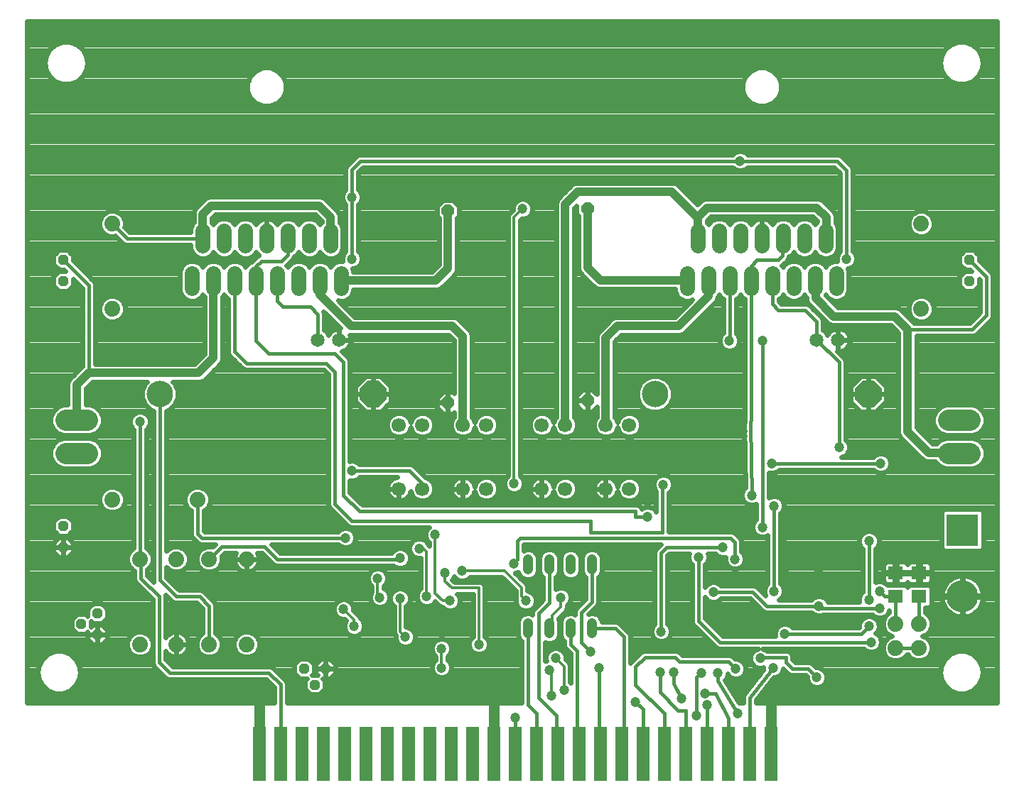
<source format=gbl>
G75*
G70*
%OFA0B0*%
%FSLAX24Y24*%
%IPPOS*%
%LPD*%
%AMOC8*
5,1,8,0,0,1.08239X$1,22.5*
%
%ADD10C,0.0709*%
%ADD11C,0.1004*%
%ADD12C,0.0669*%
%ADD13OC8,0.0480*%
%ADD14C,0.0740*%
%ADD15OC8,0.0600*%
%ADD16C,0.0650*%
%ADD17C,0.1240*%
%ADD18OC8,0.1240*%
%ADD19R,0.1500X0.1500*%
%ADD20C,0.1500*%
%ADD21R,0.0600X0.2550*%
%ADD22C,0.0480*%
%ADD23R,0.0709X0.0630*%
%ADD24C,0.0160*%
%ADD25C,0.0472*%
%ADD26C,0.0400*%
%ADD27C,0.0320*%
%ADD28C,0.0240*%
%ADD29C,0.0500*%
%ADD30C,0.0120*%
D10*
X008224Y025652D02*
X008224Y026360D01*
X009224Y026360D02*
X009224Y025652D01*
X010224Y025652D02*
X010224Y026360D01*
X011224Y026360D02*
X011224Y025652D01*
X012224Y025652D02*
X012224Y026360D01*
X013224Y026360D02*
X013224Y025652D01*
X014224Y025652D02*
X014224Y026360D01*
X015224Y026360D02*
X015224Y025652D01*
X014724Y027652D02*
X014724Y028360D01*
X013724Y028360D02*
X013724Y027652D01*
X012724Y027652D02*
X012724Y028360D01*
X011724Y028360D02*
X011724Y027652D01*
X010724Y027652D02*
X010724Y028360D01*
X009724Y028360D02*
X009724Y027652D01*
X008724Y027652D02*
X008724Y028360D01*
X031453Y026360D02*
X031453Y025652D01*
X032453Y025652D02*
X032453Y026360D01*
X033453Y026360D02*
X033453Y025652D01*
X034453Y025652D02*
X034453Y026360D01*
X035453Y026360D02*
X035453Y025652D01*
X036453Y025652D02*
X036453Y026360D01*
X037453Y026360D02*
X037453Y025652D01*
X038453Y025652D02*
X038453Y026360D01*
X037953Y027652D02*
X037953Y028360D01*
X036953Y028360D02*
X036953Y027652D01*
X035953Y027652D02*
X035953Y028360D01*
X034953Y028360D02*
X034953Y027652D01*
X033953Y027652D02*
X033953Y028360D01*
X032953Y028360D02*
X032953Y027652D01*
X031953Y027652D02*
X031953Y028360D01*
D11*
X043716Y019471D02*
X044720Y019471D01*
X044720Y017911D02*
X043716Y017911D01*
X003323Y017911D02*
X002319Y017911D01*
X002319Y019471D02*
X003323Y019471D01*
D12*
X017934Y019241D03*
X019034Y019241D03*
X020934Y019241D03*
X022034Y019241D03*
X024634Y019241D03*
X025734Y019241D03*
X027634Y019241D03*
X028734Y019241D03*
X028734Y016241D03*
X027634Y016241D03*
X025734Y016241D03*
X024634Y016241D03*
X022034Y016241D03*
X020934Y016241D03*
X019034Y016241D03*
X017934Y016241D03*
D13*
X014484Y007791D03*
X013984Y007041D03*
X013484Y007791D03*
X003784Y009391D03*
X003034Y009891D03*
X003784Y010391D03*
X002184Y013491D03*
X002184Y014491D03*
X002184Y025991D03*
X002184Y026991D03*
X044684Y026991D03*
X044684Y025991D03*
D14*
X042434Y024691D03*
X042434Y028691D03*
X042334Y009911D03*
X041234Y009911D03*
X041234Y008771D03*
X042334Y008771D03*
X010784Y008941D03*
X009034Y008941D03*
X007484Y008941D03*
X005784Y008941D03*
X005784Y012941D03*
X007484Y012941D03*
X009034Y012941D03*
X010784Y012941D03*
X008484Y015741D03*
X004484Y015741D03*
X004484Y024691D03*
X004484Y028691D03*
D15*
X020234Y029291D03*
X026784Y029391D03*
X026784Y020391D03*
X020234Y020291D03*
D16*
X015134Y023241D03*
X014134Y023241D03*
X037534Y023241D03*
X038534Y023241D03*
D17*
X029944Y020691D03*
X006724Y020691D03*
D18*
X016724Y020691D03*
X039944Y020691D03*
D19*
X044369Y014311D03*
D20*
X044369Y011206D03*
D21*
X035378Y003800D03*
X034378Y003800D03*
X033378Y003800D03*
X032378Y003800D03*
X031378Y003800D03*
X030378Y003800D03*
X029378Y003800D03*
X028378Y003800D03*
X027378Y003800D03*
X026378Y003800D03*
X025378Y003800D03*
X024378Y003800D03*
X023378Y003800D03*
X022378Y003800D03*
X021378Y003800D03*
X020378Y003800D03*
X019378Y003800D03*
X018378Y003800D03*
X017378Y003800D03*
X016378Y003800D03*
X015378Y003800D03*
X014378Y003800D03*
X013378Y003800D03*
X012378Y003800D03*
X011378Y003800D03*
D22*
X023984Y009451D02*
X023984Y009931D01*
X024984Y009931D02*
X024984Y009451D01*
X025984Y009451D02*
X025984Y009931D01*
X026984Y009931D02*
X026984Y009451D01*
X026984Y012451D02*
X026984Y012931D01*
X025984Y012931D02*
X025984Y012451D01*
X024984Y012451D02*
X024984Y012931D01*
X023984Y012931D02*
X023984Y012451D01*
D23*
X041234Y012292D03*
X042334Y012292D03*
X042334Y011190D03*
X041234Y011190D03*
D24*
X040735Y011190D01*
X040484Y011441D01*
X039984Y011041D02*
X039984Y013791D01*
X041234Y012292D02*
X042334Y012292D01*
X042334Y011190D02*
X042334Y009911D01*
X041234Y009911D02*
X041234Y011190D01*
X040484Y010641D02*
X037734Y010641D01*
X037634Y010741D01*
X035184Y010741D01*
X034534Y011391D01*
X032684Y011391D01*
X031984Y010041D02*
X032984Y009041D01*
X040084Y009041D01*
X039634Y009441D02*
X036034Y009441D01*
X036084Y008341D02*
X034934Y008341D01*
X034884Y008291D01*
X035484Y007841D02*
X034384Y006441D01*
X034384Y003806D01*
X034378Y003800D01*
X033378Y003800D02*
X033378Y005447D01*
X032784Y006641D01*
X032284Y006641D01*
X032884Y007241D02*
X033834Y005691D01*
X032384Y006091D02*
X032384Y003806D01*
X032378Y003800D01*
X031384Y003806D02*
X031378Y003800D01*
X031384Y003806D02*
X031384Y005841D01*
X031034Y005841D01*
X030184Y006691D01*
X030184Y007641D01*
X030834Y007641D02*
X030834Y007091D01*
X031184Y006391D01*
X031884Y005591D02*
X031884Y007391D01*
X032134Y007591D01*
X032884Y007591D02*
X032884Y007241D01*
X033734Y007791D02*
X033384Y008141D01*
X031084Y008141D01*
X030884Y008341D01*
X029484Y008341D01*
X029034Y007891D01*
X029034Y007035D01*
X030378Y005691D01*
X030378Y003800D01*
X030384Y003806D01*
X029378Y003800D02*
X029378Y005897D01*
X029034Y006241D01*
X027334Y007841D02*
X027334Y003844D01*
X027378Y003800D01*
X028378Y003800D02*
X028484Y003906D01*
X028484Y009291D01*
X028084Y009691D01*
X026984Y009691D01*
X026484Y009041D02*
X026484Y010441D01*
X026984Y010941D01*
X026984Y012691D01*
X026934Y014191D02*
X030284Y014191D01*
X030284Y016391D01*
X030334Y016441D01*
X029034Y015191D02*
X029034Y015141D01*
X028984Y015191D01*
X016084Y015191D01*
X015334Y015941D01*
X015334Y022191D01*
X014934Y022591D01*
X011834Y022591D01*
X011224Y023201D01*
X011224Y026006D01*
X011224Y026681D01*
X011484Y026941D01*
X012434Y026941D01*
X012734Y027241D01*
X012734Y027996D01*
X012724Y028006D01*
X012224Y026006D02*
X012224Y025051D01*
X012484Y024791D01*
X013784Y024791D01*
X014134Y024441D01*
X014134Y023241D01*
X014534Y022141D02*
X014934Y021741D01*
X014934Y015541D01*
X015734Y014741D01*
X026934Y014741D01*
X026934Y014191D01*
X029034Y014941D02*
X029584Y014941D01*
X029034Y014941D02*
X029034Y015141D01*
X030484Y013491D02*
X030234Y013241D01*
X030234Y009541D01*
X031984Y010041D02*
X031984Y013041D01*
X033134Y013491D02*
X030484Y013491D01*
X033484Y013941D02*
X033694Y013731D01*
X033694Y012941D01*
X033484Y013941D02*
X023634Y013941D01*
X023484Y013791D01*
X023484Y012941D01*
X023334Y012741D01*
X024984Y012691D02*
X024984Y010891D01*
X024484Y010391D01*
X024484Y006441D01*
X025334Y005591D01*
X025334Y003844D01*
X025378Y003800D01*
X024384Y003806D02*
X024378Y003800D01*
X024384Y003806D02*
X024384Y005691D01*
X023984Y006091D01*
X023984Y009691D01*
X025984Y009691D02*
X025984Y008941D01*
X026284Y008641D01*
X026284Y004441D01*
X026434Y004291D01*
X028378Y003800D02*
X028384Y003806D01*
X023384Y003806D02*
X023378Y003800D01*
X023384Y003806D02*
X023384Y005491D01*
X026484Y009041D02*
X026934Y008591D01*
X034984Y014441D02*
X034984Y023191D01*
X035734Y024641D02*
X036984Y024641D01*
X037534Y024091D01*
X037534Y023241D01*
X038584Y022191D01*
X038584Y018191D01*
X040534Y017441D02*
X035434Y017441D01*
X034484Y015941D02*
X034434Y019291D01*
X034453Y019560D01*
X034453Y026006D01*
X034453Y026710D01*
X034734Y026991D01*
X035734Y026991D01*
X035934Y027191D01*
X035934Y027987D01*
X035953Y028006D01*
X035453Y026006D02*
X035453Y024923D01*
X035734Y024641D01*
X033453Y026006D02*
X033453Y023210D01*
X033434Y023191D01*
X038934Y027041D02*
X038934Y031191D01*
X038484Y031641D01*
X033934Y031641D01*
X016134Y031641D01*
X015734Y031241D01*
X015734Y029941D01*
X015734Y027041D01*
X010224Y026006D02*
X010224Y022701D01*
X010784Y022141D01*
X014534Y022141D01*
X015734Y017091D02*
X018434Y017091D01*
X019034Y016491D01*
X019034Y016241D01*
X015434Y013941D02*
X008684Y013941D01*
X008484Y014141D01*
X008484Y015741D01*
X009634Y013541D02*
X009034Y012941D01*
X009634Y013541D02*
X011634Y013541D01*
X012234Y012941D01*
X017934Y012941D01*
X017984Y012991D01*
X012378Y007047D02*
X011834Y007591D01*
X007184Y007591D01*
X006684Y008091D01*
X006684Y011191D01*
X005834Y012041D01*
X005834Y012891D01*
X005784Y012941D01*
X005784Y019391D01*
X006724Y020691D02*
X006724Y011951D01*
X007484Y011191D01*
X008584Y011191D01*
X009034Y010741D01*
X009034Y008941D01*
X012378Y007047D02*
X012378Y003800D01*
X035534Y011441D02*
X035534Y015441D01*
X036034Y014441D02*
X036034Y012441D01*
X039634Y009441D02*
X039984Y009791D01*
X041234Y008771D02*
X042334Y008771D01*
X037534Y007391D02*
X037134Y007791D01*
X036384Y007791D01*
X036084Y008091D01*
X036084Y008341D01*
X041784Y023741D02*
X044834Y023741D01*
X045484Y024391D01*
X045484Y026191D01*
X044684Y026991D01*
X008724Y028006D02*
X005199Y028006D01*
X005184Y027991D01*
X004484Y028691D01*
X002184Y026991D02*
X003384Y025791D01*
X003384Y021691D01*
D25*
X005784Y019391D03*
X015434Y013941D03*
X016934Y012041D03*
X017984Y012991D03*
X018884Y013441D03*
X019634Y014091D03*
X020884Y012391D03*
X020084Y012291D03*
X020334Y010991D03*
X019234Y011191D03*
X017984Y011091D03*
X017034Y011141D03*
X015334Y010591D03*
X015834Y009791D03*
X018234Y009291D03*
X019934Y008741D03*
X019934Y007841D03*
X021684Y008941D03*
X023884Y010991D03*
X025534Y011141D03*
X023334Y012741D03*
X023334Y016491D03*
X029584Y014941D03*
X030334Y016441D03*
X033134Y013491D03*
X033694Y012941D03*
X034534Y011991D03*
X035534Y011441D03*
X036034Y012441D03*
X037634Y012491D03*
X038334Y011891D03*
X037634Y010741D03*
X036034Y009441D03*
X036784Y008341D03*
X037534Y007391D03*
X035484Y007841D03*
X034884Y008291D03*
X033734Y007791D03*
X032884Y007591D03*
X032134Y007591D03*
X032284Y006641D03*
X032384Y006091D03*
X031884Y005591D03*
X031184Y006391D03*
X030834Y007641D03*
X030184Y007641D03*
X029034Y006241D03*
X027334Y007841D03*
X026934Y008591D03*
X025284Y008291D03*
X024984Y007741D03*
X025684Y006791D03*
X025084Y006541D03*
X023384Y005491D03*
X030234Y009541D03*
X030484Y008941D03*
X032684Y011391D03*
X031984Y013041D03*
X034984Y014441D03*
X036034Y014441D03*
X035534Y015441D03*
X034484Y015941D03*
X035434Y017441D03*
X038584Y018191D03*
X040534Y017441D03*
X039984Y013791D03*
X040484Y011441D03*
X039984Y011041D03*
X040484Y010641D03*
X039984Y009791D03*
X040084Y009041D03*
X033834Y005691D03*
X015734Y017091D03*
X015734Y027041D03*
X015734Y029941D03*
X023734Y029391D03*
X033434Y023191D03*
X034984Y023191D03*
X038934Y027041D03*
X033934Y031641D03*
D26*
X032384Y029441D02*
X037534Y029441D01*
X037984Y028991D01*
X037984Y028037D01*
X037953Y028006D01*
X037453Y026006D02*
X037484Y025974D01*
X037484Y025191D01*
X038334Y024341D01*
X041184Y024341D01*
X041784Y023741D01*
X041784Y018941D01*
X042784Y017941D01*
X044188Y017941D01*
X044218Y017911D01*
X032453Y025291D02*
X032453Y026006D01*
X032453Y025291D02*
X031053Y023891D01*
X028184Y023891D01*
X027634Y023341D01*
X027634Y019241D01*
X025734Y019241D02*
X025734Y029591D01*
X026334Y030191D01*
X030734Y030191D01*
X031953Y028973D01*
X031953Y028006D01*
X031953Y029010D01*
X032384Y029441D01*
X031417Y026041D02*
X027384Y026041D01*
X026784Y026641D01*
X026784Y029391D01*
X031417Y026041D02*
X031453Y026006D01*
X020934Y023391D02*
X020934Y019241D01*
X020934Y023391D02*
X020434Y023891D01*
X015684Y023891D01*
X014224Y025351D01*
X014224Y026006D01*
X015224Y026006D02*
X015232Y026014D01*
X019657Y026014D01*
X020234Y026591D01*
X020234Y029291D01*
X014724Y029001D02*
X014724Y028006D01*
X014724Y029001D02*
X014184Y029541D01*
X009134Y029541D01*
X008724Y029131D01*
X008724Y028006D01*
X009224Y026006D02*
X009234Y025996D01*
X009234Y022391D01*
X008534Y021691D01*
X003384Y021691D01*
X002821Y021128D01*
X002821Y019471D01*
D27*
X014224Y026006D02*
X014234Y025996D01*
D28*
X000484Y038191D02*
X000484Y006191D01*
X012078Y006191D01*
X012078Y006923D01*
X011710Y007291D01*
X007124Y007291D01*
X007014Y007337D01*
X006514Y007837D01*
X006430Y007921D01*
X006384Y008031D01*
X006384Y011067D01*
X005664Y011787D01*
X005580Y011871D01*
X005534Y011981D01*
X005534Y012406D01*
X005450Y012441D01*
X005284Y012607D01*
X005194Y012824D01*
X005194Y013058D01*
X005284Y013275D01*
X005450Y013441D01*
X005484Y013455D01*
X005484Y019046D01*
X005397Y019133D01*
X005328Y019300D01*
X005328Y019482D01*
X005397Y019649D01*
X005526Y019778D01*
X005693Y019847D01*
X005875Y019847D01*
X006042Y019778D01*
X006171Y019649D01*
X006240Y019482D01*
X006240Y019300D01*
X006171Y019133D01*
X006084Y019046D01*
X006084Y013455D01*
X006118Y013441D01*
X006284Y013275D01*
X006374Y013058D01*
X006374Y012824D01*
X006284Y012607D01*
X006134Y012457D01*
X006134Y012165D01*
X006435Y011864D01*
X006424Y011891D01*
X006424Y019906D01*
X006248Y019979D01*
X006012Y020215D01*
X005884Y020524D01*
X005884Y020858D01*
X006012Y021167D01*
X006116Y021271D01*
X003558Y021271D01*
X003241Y020954D01*
X003241Y020193D01*
X003467Y020193D01*
X003732Y020083D01*
X003935Y019880D01*
X004045Y019614D01*
X004045Y019327D01*
X003935Y019062D01*
X003732Y018858D01*
X003467Y018749D01*
X002176Y018749D01*
X001910Y018858D01*
X001707Y019062D01*
X001597Y019327D01*
X001597Y019614D01*
X001707Y019880D01*
X001910Y020083D01*
X002176Y020193D01*
X002401Y020193D01*
X002401Y021212D01*
X002465Y021366D01*
X003028Y021929D01*
X003084Y021985D01*
X003084Y025667D01*
X002644Y026107D01*
X002644Y025800D01*
X002375Y025531D01*
X001993Y025531D01*
X001724Y025800D01*
X001724Y026182D01*
X001993Y026451D01*
X002300Y026451D01*
X002220Y026531D01*
X001993Y026531D01*
X001724Y026800D01*
X001724Y027182D01*
X001993Y027451D01*
X002375Y027451D01*
X002644Y027182D01*
X002644Y026955D01*
X003638Y025961D01*
X003684Y025851D01*
X003684Y022111D01*
X008360Y022111D01*
X008814Y022565D01*
X008814Y025250D01*
X008737Y025326D01*
X008724Y025358D01*
X008711Y025326D01*
X008550Y025165D01*
X008338Y025077D01*
X008110Y025077D01*
X007899Y025165D01*
X007737Y025326D01*
X007650Y025537D01*
X007650Y026475D01*
X007737Y026686D01*
X007899Y026847D01*
X008110Y026935D01*
X008338Y026935D01*
X008550Y026847D01*
X008711Y026686D01*
X008724Y026654D01*
X008737Y026686D01*
X008899Y026847D01*
X009110Y026935D01*
X009338Y026935D01*
X009550Y026847D01*
X009711Y026686D01*
X009724Y026654D01*
X009737Y026686D01*
X009899Y026847D01*
X010110Y026935D01*
X010338Y026935D01*
X010550Y026847D01*
X010711Y026686D01*
X010724Y026654D01*
X010737Y026686D01*
X010899Y026847D01*
X011013Y026895D01*
X011230Y027111D01*
X011314Y027195D01*
X011353Y027211D01*
X011350Y027214D01*
X011286Y027278D01*
X011233Y027351D01*
X011226Y027363D01*
X011211Y027326D01*
X011050Y027165D01*
X010838Y027077D01*
X010610Y027077D01*
X010399Y027165D01*
X010237Y027326D01*
X010224Y027358D01*
X010211Y027326D01*
X010050Y027165D01*
X009838Y027077D01*
X009610Y027077D01*
X009399Y027165D01*
X009237Y027326D01*
X009224Y027358D01*
X009211Y027326D01*
X009050Y027165D01*
X008838Y027077D01*
X008610Y027077D01*
X008399Y027165D01*
X008237Y027326D01*
X008150Y027537D01*
X008150Y027706D01*
X005280Y027706D01*
X005244Y027691D01*
X005124Y027691D01*
X005014Y027737D01*
X004930Y027821D01*
X004636Y028115D01*
X004601Y028101D01*
X004367Y028101D01*
X004150Y028191D01*
X003984Y028357D01*
X003894Y028574D01*
X003894Y028808D01*
X003984Y029025D01*
X004150Y029191D01*
X004367Y029281D01*
X004601Y029281D01*
X004818Y029191D01*
X004984Y029025D01*
X005074Y028808D01*
X005074Y028574D01*
X005060Y028539D01*
X005293Y028306D01*
X008150Y028306D01*
X008150Y028475D01*
X008237Y028686D01*
X008304Y028753D01*
X008304Y029215D01*
X008368Y029369D01*
X008486Y029487D01*
X008486Y029487D01*
X008896Y029897D01*
X009050Y029961D01*
X014268Y029961D01*
X014422Y029897D01*
X014540Y029779D01*
X015080Y029239D01*
X015144Y029084D01*
X015144Y028753D01*
X015211Y028686D01*
X015299Y028475D01*
X015299Y027537D01*
X015211Y027326D01*
X015050Y027165D01*
X014838Y027077D01*
X014610Y027077D01*
X014399Y027165D01*
X014237Y027326D01*
X014224Y027358D01*
X014211Y027326D01*
X014050Y027165D01*
X013838Y027077D01*
X013610Y027077D01*
X013399Y027165D01*
X013237Y027326D01*
X013224Y027358D01*
X013211Y027326D01*
X013050Y027165D01*
X013023Y027154D01*
X012988Y027071D01*
X012904Y026987D01*
X012657Y026740D01*
X012711Y026686D01*
X012724Y026654D01*
X012737Y026686D01*
X012899Y026847D01*
X013110Y026935D01*
X013338Y026935D01*
X013550Y026847D01*
X013711Y026686D01*
X013724Y026654D01*
X013737Y026686D01*
X013899Y026847D01*
X014110Y026935D01*
X014338Y026935D01*
X014550Y026847D01*
X014711Y026686D01*
X014724Y026654D01*
X014737Y026686D01*
X014899Y026847D01*
X015110Y026935D01*
X015284Y026935D01*
X015278Y026950D01*
X015278Y027132D01*
X015347Y027299D01*
X015434Y027386D01*
X015434Y029596D01*
X015347Y029683D01*
X015278Y029850D01*
X015278Y030032D01*
X015347Y030199D01*
X015434Y030286D01*
X015434Y031301D01*
X015480Y031411D01*
X015880Y031811D01*
X015964Y031895D01*
X016074Y031941D01*
X033589Y031941D01*
X033676Y032028D01*
X033843Y032097D01*
X034025Y032097D01*
X034192Y032028D01*
X034279Y031941D01*
X038544Y031941D01*
X038654Y031895D01*
X039104Y031445D01*
X039188Y031361D01*
X039234Y031251D01*
X039234Y027386D01*
X039321Y027299D01*
X039390Y027132D01*
X039390Y026950D01*
X039321Y026783D01*
X039192Y026654D01*
X039025Y026585D01*
X038981Y026585D01*
X039027Y026475D01*
X039027Y025537D01*
X038939Y025326D01*
X038778Y025165D01*
X038567Y025077D01*
X038338Y025077D01*
X038127Y025165D01*
X037966Y025326D01*
X037953Y025358D01*
X037940Y025329D01*
X038508Y024761D01*
X041268Y024761D01*
X041422Y024697D01*
X042022Y024097D01*
X042078Y024041D01*
X044710Y024041D01*
X045184Y024515D01*
X045184Y026067D01*
X045144Y026107D01*
X045144Y025800D01*
X044875Y025531D01*
X044493Y025531D01*
X044224Y025800D01*
X044224Y026182D01*
X044493Y026451D01*
X044800Y026451D01*
X044720Y026531D01*
X044493Y026531D01*
X044224Y026800D01*
X044224Y027182D01*
X044493Y027451D01*
X044875Y027451D01*
X045144Y027182D01*
X045144Y026955D01*
X045738Y026361D01*
X045784Y026251D01*
X045784Y024331D01*
X045738Y024221D01*
X045654Y024137D01*
X045004Y023487D01*
X044894Y023441D01*
X042204Y023441D01*
X042204Y019115D01*
X042958Y018361D01*
X043144Y018361D01*
X043307Y018524D01*
X043572Y018633D01*
X044863Y018633D01*
X045129Y018524D01*
X045332Y018320D01*
X045442Y018055D01*
X045442Y017768D01*
X045332Y017503D01*
X045129Y017299D01*
X044863Y017190D01*
X043572Y017190D01*
X043307Y017299D01*
X043104Y017503D01*
X043096Y017521D01*
X042700Y017521D01*
X042546Y017585D01*
X042428Y017703D01*
X041428Y018703D01*
X041364Y018857D01*
X041364Y023567D01*
X041010Y023921D01*
X038250Y023921D01*
X038096Y023985D01*
X037246Y024835D01*
X037128Y024953D01*
X037064Y025107D01*
X037064Y025228D01*
X036966Y025326D01*
X036953Y025358D01*
X036939Y025326D01*
X036778Y025165D01*
X036567Y025077D01*
X036338Y025077D01*
X036127Y025165D01*
X035966Y025326D01*
X035953Y025358D01*
X035939Y025326D01*
X035778Y025165D01*
X035753Y025154D01*
X035753Y025047D01*
X035858Y024941D01*
X037044Y024941D01*
X037154Y024895D01*
X037704Y024345D01*
X037788Y024261D01*
X037834Y024151D01*
X037834Y023707D01*
X037843Y023703D01*
X037996Y023550D01*
X038034Y023459D01*
X038068Y023527D01*
X038118Y023596D01*
X038179Y023657D01*
X038248Y023707D01*
X038325Y023746D01*
X038406Y023773D01*
X038491Y023786D01*
X038534Y023786D01*
X038534Y023241D01*
X038534Y023241D01*
X038534Y022696D01*
X038503Y022696D01*
X038838Y022361D01*
X038884Y022251D01*
X038884Y018536D01*
X038971Y018449D01*
X039040Y018282D01*
X039040Y018100D01*
X038971Y017933D01*
X038842Y017804D01*
X038690Y017741D01*
X040189Y017741D01*
X040276Y017828D01*
X040443Y017897D01*
X040625Y017897D01*
X040792Y017828D01*
X040921Y017699D01*
X040990Y017532D01*
X040990Y017350D01*
X040921Y017183D01*
X040792Y017054D01*
X040625Y016985D01*
X040443Y016985D01*
X040276Y017054D01*
X040189Y017141D01*
X035779Y017141D01*
X035692Y017054D01*
X035525Y016985D01*
X035343Y016985D01*
X035284Y017009D01*
X035284Y015831D01*
X035443Y015897D01*
X035625Y015897D01*
X035792Y015828D01*
X035921Y015699D01*
X035990Y015532D01*
X035990Y015350D01*
X035921Y015183D01*
X035834Y015096D01*
X035834Y011786D01*
X035921Y011699D01*
X035990Y011532D01*
X035990Y011350D01*
X035921Y011183D01*
X035792Y011054D01*
X035760Y011041D01*
X037289Y011041D01*
X037376Y011128D01*
X037543Y011197D01*
X037725Y011197D01*
X037892Y011128D01*
X038021Y010999D01*
X038045Y010941D01*
X039532Y010941D01*
X039528Y010950D01*
X039528Y011132D01*
X039597Y011299D01*
X039684Y011386D01*
X039684Y013446D01*
X039597Y013533D01*
X039528Y013700D01*
X039528Y013882D01*
X039597Y014049D01*
X039726Y014178D01*
X039893Y014247D01*
X040075Y014247D01*
X040242Y014178D01*
X040371Y014049D01*
X040440Y013882D01*
X040440Y013700D01*
X040371Y013533D01*
X040284Y013446D01*
X040284Y011852D01*
X040393Y011897D01*
X040575Y011897D01*
X040702Y011844D01*
X040675Y011892D01*
X040660Y011948D01*
X040660Y012255D01*
X041197Y012255D01*
X041271Y012255D01*
X041271Y011757D01*
X041617Y011757D01*
X041673Y011772D01*
X041723Y011801D01*
X041764Y011842D01*
X041784Y011876D01*
X041804Y011842D01*
X041845Y011801D01*
X041895Y011772D01*
X041951Y011757D01*
X042297Y011757D01*
X042297Y012255D01*
X042371Y012255D01*
X042371Y011757D01*
X042717Y011757D01*
X042773Y011772D01*
X042823Y011801D01*
X042864Y011842D01*
X042893Y011892D01*
X042908Y011948D01*
X042908Y012255D01*
X042372Y012255D01*
X042372Y012330D01*
X042908Y012330D01*
X042908Y012636D01*
X042893Y012692D01*
X042864Y012742D01*
X042823Y012783D01*
X042773Y012812D01*
X042717Y012827D01*
X042371Y012827D01*
X042371Y012330D01*
X042297Y012330D01*
X042297Y012827D01*
X041951Y012827D01*
X041895Y012812D01*
X041845Y012783D01*
X041804Y012742D01*
X041784Y012708D01*
X041764Y012742D01*
X041723Y012783D01*
X041673Y012812D01*
X041617Y012827D01*
X041271Y012827D01*
X041271Y012330D01*
X041197Y012330D01*
X041197Y012827D01*
X040851Y012827D01*
X040795Y012812D01*
X040745Y012783D01*
X040704Y012742D01*
X040675Y012692D01*
X040660Y012636D01*
X040660Y012330D01*
X041197Y012330D01*
X041197Y012255D01*
X041197Y011757D01*
X040851Y011757D01*
X040799Y011771D01*
X040845Y011725D01*
X041679Y011725D01*
X041784Y011620D01*
X041889Y011725D01*
X042779Y011725D01*
X042908Y011596D01*
X042908Y010784D01*
X042779Y010655D01*
X042634Y010655D01*
X042634Y010425D01*
X042668Y010411D01*
X042834Y010245D01*
X042924Y010028D01*
X042924Y009794D01*
X042834Y009577D01*
X042668Y009411D01*
X042500Y009341D01*
X042668Y009271D01*
X042834Y009105D01*
X042924Y008888D01*
X042924Y008654D01*
X042834Y008437D01*
X042668Y008271D01*
X042451Y008181D01*
X042217Y008181D01*
X042000Y008271D01*
X041834Y008437D01*
X041820Y008471D01*
X041748Y008471D01*
X041734Y008437D01*
X041568Y008271D01*
X041351Y008181D01*
X041117Y008181D01*
X040900Y008271D01*
X040734Y008437D01*
X040644Y008654D01*
X040644Y008888D01*
X040734Y009105D01*
X040900Y009271D01*
X041068Y009341D01*
X040900Y009411D01*
X040734Y009577D01*
X040644Y009794D01*
X040644Y010028D01*
X040734Y010245D01*
X040900Y010411D01*
X040934Y010425D01*
X040934Y010535D01*
X040871Y010383D01*
X040742Y010254D01*
X040575Y010185D01*
X040393Y010185D01*
X040226Y010254D01*
X040139Y010341D01*
X037860Y010341D01*
X037725Y010285D01*
X037543Y010285D01*
X037376Y010354D01*
X037289Y010441D01*
X035124Y010441D01*
X035014Y010487D01*
X034930Y010571D01*
X034410Y011091D01*
X033029Y011091D01*
X032942Y011004D01*
X032775Y010935D01*
X032593Y010935D01*
X032426Y011004D01*
X032297Y011133D01*
X032284Y011165D01*
X032284Y010165D01*
X033108Y009341D01*
X035582Y009341D01*
X035578Y009350D01*
X035578Y009532D01*
X035647Y009699D01*
X035776Y009828D01*
X035943Y009897D01*
X036125Y009897D01*
X036292Y009828D01*
X036379Y009741D01*
X039510Y009741D01*
X039528Y009759D01*
X039528Y009882D01*
X039597Y010049D01*
X039726Y010178D01*
X039893Y010247D01*
X040075Y010247D01*
X040242Y010178D01*
X040371Y010049D01*
X040440Y009882D01*
X040440Y009700D01*
X040371Y009533D01*
X040288Y009450D01*
X040342Y009428D01*
X040471Y009299D01*
X040540Y009132D01*
X040540Y008950D01*
X040471Y008783D01*
X040342Y008654D01*
X040175Y008585D01*
X039993Y008585D01*
X039826Y008654D01*
X039739Y008741D01*
X034990Y008741D01*
X035142Y008678D01*
X035179Y008641D01*
X036144Y008641D01*
X036254Y008595D01*
X036338Y008511D01*
X036384Y008401D01*
X036384Y008215D01*
X036508Y008091D01*
X037194Y008091D01*
X037304Y008045D01*
X037388Y007961D01*
X037502Y007847D01*
X037625Y007847D01*
X037792Y007778D01*
X037921Y007649D01*
X037990Y007482D01*
X037990Y007300D01*
X037921Y007133D01*
X037792Y007004D01*
X037625Y006935D01*
X037443Y006935D01*
X037276Y007004D01*
X037147Y007133D01*
X037078Y007300D01*
X037078Y007423D01*
X037010Y007491D01*
X036324Y007491D01*
X036214Y007537D01*
X035940Y007811D01*
X035940Y007750D01*
X035871Y007583D01*
X035742Y007454D01*
X035575Y007385D01*
X035507Y007385D01*
X034684Y006337D01*
X034684Y006191D01*
X045984Y006191D01*
X045984Y038191D01*
X000484Y038191D01*
X000484Y038035D02*
X045984Y038035D01*
X045984Y037797D02*
X000484Y037797D01*
X000484Y037558D02*
X045984Y037558D01*
X045984Y037320D02*
X000484Y037320D01*
X000484Y037081D02*
X001786Y037081D01*
X001822Y037111D02*
X001554Y036887D01*
X001554Y036887D01*
X001554Y036887D01*
X001380Y036584D01*
X001319Y036240D01*
X001380Y035897D01*
X001554Y035594D01*
X001822Y035370D01*
X002150Y035250D01*
X002273Y035250D01*
X002499Y035250D01*
X002827Y035370D01*
X003094Y035594D01*
X003094Y035594D01*
X003269Y035897D01*
X003330Y036240D01*
X003269Y036584D01*
X003269Y036584D01*
X003094Y036887D01*
X002827Y037111D01*
X002827Y037111D01*
X002499Y037230D01*
X002150Y037230D01*
X001822Y037111D01*
X001822Y037111D01*
X001529Y036843D02*
X000484Y036843D01*
X000484Y036604D02*
X001391Y036604D01*
X001341Y036366D02*
X000484Y036366D01*
X000484Y036127D02*
X001339Y036127D01*
X001384Y035889D02*
X000484Y035889D01*
X000484Y035650D02*
X001522Y035650D01*
X001554Y035594D02*
X001554Y035594D01*
X001772Y035412D02*
X000484Y035412D01*
X000484Y035173D02*
X010824Y035173D01*
X010824Y035295D02*
X010824Y034937D01*
X010961Y034606D01*
X011214Y034353D01*
X011545Y034216D01*
X011903Y034216D01*
X012234Y034353D01*
X012487Y034606D01*
X012624Y034937D01*
X012624Y035295D01*
X012487Y035626D01*
X012234Y035879D01*
X011903Y036016D01*
X011545Y036016D01*
X011214Y035879D01*
X010961Y035626D01*
X010824Y035295D01*
X010873Y035412D02*
X002877Y035412D01*
X002827Y035370D02*
X002827Y035370D01*
X003094Y035594D02*
X003094Y035594D01*
X003127Y035650D02*
X010986Y035650D01*
X011238Y035889D02*
X003264Y035889D01*
X003269Y035897D02*
X003269Y035897D01*
X003310Y036127D02*
X043337Y036127D01*
X043317Y036240D02*
X043378Y035897D01*
X043378Y035897D01*
X043553Y035594D01*
X043820Y035370D01*
X044148Y035250D01*
X044271Y035250D01*
X044497Y035250D01*
X044825Y035370D01*
X044825Y035370D01*
X045093Y035594D01*
X045267Y035897D01*
X045328Y036240D01*
X045267Y036584D01*
X045093Y036887D01*
X044825Y037111D01*
X044497Y037230D01*
X044148Y037230D01*
X043820Y037111D01*
X043820Y037111D01*
X043553Y036887D01*
X043553Y036887D01*
X043378Y036584D01*
X043317Y036240D01*
X043317Y036240D01*
X043339Y036366D02*
X003307Y036366D01*
X003330Y036240D02*
X003330Y036240D01*
X003257Y036604D02*
X043389Y036604D01*
X043378Y036584D02*
X043378Y036584D01*
X043527Y036843D02*
X003120Y036843D01*
X003094Y036887D02*
X003094Y036887D01*
X002863Y037081D02*
X043784Y037081D01*
X043553Y036887D02*
X043553Y036887D01*
X043383Y035889D02*
X035439Y035889D01*
X035462Y035879D02*
X035132Y036016D01*
X034774Y036016D01*
X034443Y035879D01*
X034190Y035626D01*
X034053Y035295D01*
X034053Y034937D01*
X034190Y034606D01*
X034443Y034353D01*
X034774Y034216D01*
X035132Y034216D01*
X035462Y034353D01*
X035715Y034606D01*
X035852Y034937D01*
X035852Y035295D01*
X035715Y035626D01*
X035462Y035879D01*
X035691Y035650D02*
X043520Y035650D01*
X043553Y035594D02*
X043553Y035594D01*
X043770Y035412D02*
X035804Y035412D01*
X035852Y035173D02*
X045984Y035173D01*
X045984Y034935D02*
X035852Y034935D01*
X035753Y034696D02*
X045984Y034696D01*
X045984Y034458D02*
X035567Y034458D01*
X035139Y034219D02*
X045984Y034219D01*
X045984Y033981D02*
X000484Y033981D01*
X000484Y034219D02*
X011538Y034219D01*
X011911Y034219D02*
X034766Y034219D01*
X034338Y034458D02*
X012339Y034458D01*
X012524Y034696D02*
X034152Y034696D01*
X034054Y034935D02*
X012623Y034935D01*
X012624Y035173D02*
X034053Y035173D01*
X034101Y035412D02*
X012576Y035412D01*
X012463Y035650D02*
X034214Y035650D01*
X034466Y035889D02*
X012210Y035889D01*
X010825Y034935D02*
X000484Y034935D01*
X000484Y034696D02*
X010924Y034696D01*
X011110Y034458D02*
X000484Y034458D01*
X000484Y033742D02*
X045984Y033742D01*
X045984Y033504D02*
X000484Y033504D01*
X000484Y033265D02*
X045984Y033265D01*
X045984Y033027D02*
X000484Y033027D01*
X000484Y032788D02*
X045984Y032788D01*
X045984Y032550D02*
X000484Y032550D01*
X000484Y032311D02*
X045984Y032311D01*
X045984Y032073D02*
X034084Y032073D01*
X033784Y032073D02*
X000484Y032073D01*
X000484Y031834D02*
X015903Y031834D01*
X015664Y031596D02*
X000484Y031596D01*
X000484Y031357D02*
X015457Y031357D01*
X015434Y031119D02*
X000484Y031119D01*
X000484Y030880D02*
X015434Y030880D01*
X015434Y030642D02*
X000484Y030642D01*
X000484Y030403D02*
X015434Y030403D01*
X015333Y030165D02*
X000484Y030165D01*
X000484Y029926D02*
X008966Y029926D01*
X008687Y029688D02*
X000484Y029688D01*
X000484Y029449D02*
X008448Y029449D01*
X008304Y029211D02*
X004772Y029211D01*
X005006Y028972D02*
X008304Y028972D01*
X008285Y028734D02*
X005074Y028734D01*
X005104Y028495D02*
X008158Y028495D01*
X008150Y027541D02*
X000484Y027541D01*
X000484Y027303D02*
X001845Y027303D01*
X001724Y027064D02*
X000484Y027064D01*
X000484Y026826D02*
X001724Y026826D01*
X001937Y026587D02*
X000484Y026587D01*
X000484Y026349D02*
X001891Y026349D01*
X001724Y026110D02*
X000484Y026110D01*
X000484Y025872D02*
X001724Y025872D01*
X001891Y025633D02*
X000484Y025633D01*
X000484Y025395D02*
X003084Y025395D01*
X003084Y025633D02*
X002477Y025633D01*
X002644Y025872D02*
X002879Y025872D01*
X003489Y026110D02*
X007650Y026110D01*
X007650Y025872D02*
X003675Y025872D01*
X003684Y025633D02*
X007650Y025633D01*
X007709Y025395D02*
X003684Y025395D01*
X003684Y025156D02*
X004115Y025156D01*
X004150Y025191D02*
X003984Y025025D01*
X003894Y024808D01*
X003894Y024574D01*
X003984Y024357D01*
X004150Y024191D01*
X004367Y024101D01*
X004601Y024101D01*
X004818Y024191D01*
X004984Y024357D01*
X005074Y024574D01*
X005074Y024808D01*
X004984Y025025D01*
X004818Y025191D01*
X004601Y025281D01*
X004367Y025281D01*
X004150Y025191D01*
X003939Y024918D02*
X003684Y024918D01*
X003684Y024679D02*
X003894Y024679D01*
X003949Y024441D02*
X003684Y024441D01*
X003684Y024202D02*
X004139Y024202D01*
X003684Y023964D02*
X008814Y023964D01*
X008814Y024202D02*
X004829Y024202D01*
X005019Y024441D02*
X008814Y024441D01*
X008814Y024679D02*
X005074Y024679D01*
X005029Y024918D02*
X008814Y024918D01*
X008814Y025156D02*
X008528Y025156D01*
X007920Y025156D02*
X004853Y025156D01*
X003084Y025156D02*
X000484Y025156D01*
X000484Y024918D02*
X003084Y024918D01*
X003084Y024679D02*
X000484Y024679D01*
X000484Y024441D02*
X003084Y024441D01*
X003084Y024202D02*
X000484Y024202D01*
X000484Y023964D02*
X003084Y023964D01*
X003084Y023725D02*
X000484Y023725D01*
X000484Y023487D02*
X003084Y023487D01*
X003084Y023248D02*
X000484Y023248D01*
X000484Y023010D02*
X003084Y023010D01*
X003084Y022771D02*
X000484Y022771D01*
X000484Y022533D02*
X003084Y022533D01*
X003084Y022294D02*
X000484Y022294D01*
X000484Y022056D02*
X003084Y022056D01*
X002916Y021817D02*
X000484Y021817D01*
X000484Y021579D02*
X002678Y021579D01*
X002454Y021340D02*
X000484Y021340D01*
X000484Y021102D02*
X002401Y021102D01*
X002401Y020863D02*
X000484Y020863D01*
X000484Y020625D02*
X002401Y020625D01*
X002401Y020386D02*
X000484Y020386D01*
X000484Y020148D02*
X002067Y020148D01*
X001737Y019909D02*
X000484Y019909D01*
X000484Y019671D02*
X001621Y019671D01*
X001597Y019432D02*
X000484Y019432D01*
X000484Y019194D02*
X001653Y019194D01*
X001814Y018955D02*
X000484Y018955D01*
X000484Y018717D02*
X005484Y018717D01*
X005484Y018955D02*
X003829Y018955D01*
X003990Y019194D02*
X005372Y019194D01*
X005328Y019432D02*
X004045Y019432D01*
X004022Y019671D02*
X005418Y019671D01*
X006150Y019671D02*
X006424Y019671D01*
X006417Y019909D02*
X003906Y019909D01*
X003576Y020148D02*
X006080Y020148D01*
X005941Y020386D02*
X003241Y020386D01*
X003241Y020625D02*
X005884Y020625D01*
X005886Y020863D02*
X003241Y020863D01*
X003389Y021102D02*
X005985Y021102D01*
X007332Y021271D02*
X007436Y021167D01*
X007564Y020858D01*
X007564Y020524D01*
X007436Y020215D01*
X007200Y019979D01*
X007024Y019906D01*
X007024Y013315D01*
X007150Y013441D01*
X007367Y013531D01*
X007601Y013531D01*
X007818Y013441D01*
X007984Y013275D01*
X008074Y013058D01*
X008074Y012824D01*
X007984Y012607D01*
X007818Y012441D01*
X007601Y012351D01*
X007367Y012351D01*
X007150Y012441D01*
X007024Y012567D01*
X007024Y012075D01*
X007608Y011491D01*
X008644Y011491D01*
X008754Y011445D01*
X009204Y010995D01*
X009288Y010911D01*
X009334Y010801D01*
X009334Y009455D01*
X009368Y009441D01*
X009534Y009275D01*
X009624Y009058D01*
X009624Y008824D01*
X009534Y008607D01*
X009368Y008441D01*
X009151Y008351D01*
X008917Y008351D01*
X008700Y008441D01*
X008534Y008607D01*
X008444Y008824D01*
X008444Y009058D01*
X008534Y009275D01*
X008700Y009441D01*
X008734Y009455D01*
X008734Y010617D01*
X008460Y010891D01*
X007424Y010891D01*
X007314Y010937D01*
X007230Y011021D01*
X006973Y011278D01*
X006984Y011251D01*
X006984Y009257D01*
X007034Y009325D01*
X007100Y009391D01*
X007175Y009446D01*
X007258Y009488D01*
X007346Y009516D01*
X007438Y009531D01*
X007484Y009531D01*
X007484Y008941D01*
X007484Y008941D01*
X007484Y008351D01*
X007438Y008351D01*
X007346Y008366D01*
X007258Y008394D01*
X007175Y008436D01*
X007100Y008491D01*
X007034Y008557D01*
X006984Y008625D01*
X006984Y008215D01*
X007308Y007891D01*
X011894Y007891D01*
X012004Y007845D01*
X012088Y007761D01*
X012632Y007217D01*
X012678Y007107D01*
X012678Y006191D01*
X023684Y006191D01*
X023684Y009100D01*
X023594Y009190D01*
X023524Y009360D01*
X023524Y010023D01*
X023594Y010192D01*
X023723Y010321D01*
X023893Y010391D01*
X024076Y010391D01*
X024184Y010346D01*
X024184Y010451D01*
X024230Y010561D01*
X024314Y010645D01*
X024684Y011015D01*
X024684Y012100D01*
X024594Y012190D01*
X024524Y012360D01*
X024524Y013023D01*
X024594Y013192D01*
X024723Y013321D01*
X024893Y013391D01*
X025076Y013391D01*
X025245Y013321D01*
X025374Y013192D01*
X025444Y013023D01*
X025444Y012360D01*
X025374Y012190D01*
X025284Y012100D01*
X025284Y011531D01*
X025443Y011597D01*
X025625Y011597D01*
X025792Y011528D01*
X025921Y011399D01*
X025990Y011232D01*
X025990Y011050D01*
X025921Y010883D01*
X025814Y010776D01*
X025814Y010635D01*
X025771Y010532D01*
X025414Y010175D01*
X025414Y010095D01*
X025444Y010023D01*
X025444Y009360D01*
X025374Y009190D01*
X025245Y009061D01*
X025076Y008991D01*
X024893Y008991D01*
X024784Y009036D01*
X024784Y008152D01*
X024838Y008175D01*
X024828Y008200D01*
X024828Y008382D01*
X024897Y008549D01*
X025026Y008678D01*
X025193Y008747D01*
X025375Y008747D01*
X025542Y008678D01*
X025671Y008549D01*
X025740Y008382D01*
X025740Y008231D01*
X025843Y008128D01*
X025843Y008128D01*
X025921Y008050D01*
X025964Y007947D01*
X025964Y007156D01*
X025984Y007136D01*
X025984Y008517D01*
X025730Y008771D01*
X025684Y008881D01*
X025684Y009100D01*
X025594Y009190D01*
X025524Y009360D01*
X025524Y010023D01*
X025594Y010192D01*
X025723Y010321D01*
X025893Y010391D01*
X026076Y010391D01*
X026184Y010346D01*
X026184Y010501D01*
X026230Y010611D01*
X026314Y010695D01*
X026684Y011065D01*
X026684Y012100D01*
X026594Y012190D01*
X026524Y012360D01*
X026524Y013023D01*
X026594Y013192D01*
X026723Y013321D01*
X026893Y013391D01*
X027076Y013391D01*
X027245Y013321D01*
X027374Y013192D01*
X027444Y013023D01*
X027444Y012360D01*
X027374Y012190D01*
X027284Y012100D01*
X027284Y010881D01*
X027238Y010771D01*
X026834Y010367D01*
X026893Y010391D01*
X027076Y010391D01*
X027245Y010321D01*
X027374Y010192D01*
X027444Y010023D01*
X027444Y009991D01*
X028144Y009991D01*
X028254Y009945D01*
X028654Y009545D01*
X028738Y009461D01*
X028784Y009351D01*
X028784Y008065D01*
X028864Y008145D01*
X029314Y008595D01*
X029424Y008641D01*
X030944Y008641D01*
X031054Y008595D01*
X031138Y008511D01*
X031138Y008511D01*
X031208Y008441D01*
X033444Y008441D01*
X033554Y008395D01*
X033638Y008311D01*
X033638Y008311D01*
X033702Y008247D01*
X033825Y008247D01*
X033992Y008178D01*
X034121Y008049D01*
X034190Y007882D01*
X034190Y007700D01*
X034121Y007533D01*
X033992Y007404D01*
X033825Y007335D01*
X033643Y007335D01*
X033476Y007404D01*
X033347Y007533D01*
X033340Y007550D01*
X033340Y007500D01*
X033271Y007333D01*
X033214Y007276D01*
X033879Y006191D01*
X034084Y006191D01*
X034084Y006423D01*
X034079Y006465D01*
X034084Y006482D01*
X034084Y006501D01*
X034100Y006539D01*
X034111Y006579D01*
X034123Y006594D01*
X034130Y006611D01*
X034159Y006640D01*
X035029Y007747D01*
X035028Y007750D01*
X035028Y007857D01*
X034975Y007835D01*
X034793Y007835D01*
X034626Y007904D01*
X034497Y008033D01*
X034428Y008200D01*
X034428Y008382D01*
X034497Y008549D01*
X034626Y008678D01*
X034778Y008741D01*
X032924Y008741D01*
X032814Y008787D01*
X031730Y009871D01*
X031684Y009981D01*
X031684Y012696D01*
X031597Y012783D01*
X031528Y012950D01*
X031528Y013132D01*
X031552Y013191D01*
X030608Y013191D01*
X030534Y013117D01*
X030534Y009886D01*
X030621Y009799D01*
X030690Y009632D01*
X030690Y009450D01*
X030621Y009283D01*
X030492Y009154D01*
X030325Y009085D01*
X030143Y009085D01*
X029976Y009154D01*
X029847Y009283D01*
X029778Y009450D01*
X029778Y009632D01*
X029847Y009799D01*
X029934Y009886D01*
X029934Y013301D01*
X029980Y013411D01*
X030210Y013641D01*
X023784Y013641D01*
X023784Y013346D01*
X023893Y013391D01*
X024076Y013391D01*
X024245Y013321D01*
X024374Y013192D01*
X024444Y013023D01*
X024444Y012360D01*
X024374Y012190D01*
X024245Y012061D01*
X024076Y011991D01*
X023893Y011991D01*
X023723Y012061D01*
X023594Y012190D01*
X023536Y012331D01*
X023425Y012285D01*
X023386Y012285D01*
X023843Y011828D01*
X023921Y011750D01*
X023964Y011647D01*
X023964Y011447D01*
X023975Y011447D01*
X024142Y011378D01*
X024271Y011249D01*
X024340Y011082D01*
X024340Y010900D01*
X024271Y010733D01*
X024142Y010604D01*
X023975Y010535D01*
X023793Y010535D01*
X023626Y010604D01*
X023497Y010733D01*
X023428Y010900D01*
X023428Y011078D01*
X023404Y011135D01*
X023404Y011475D01*
X022768Y012111D01*
X021249Y012111D01*
X021142Y012004D01*
X020975Y011935D01*
X020793Y011935D01*
X020626Y012004D01*
X020508Y012122D01*
X020471Y012033D01*
X020415Y011976D01*
X020538Y011871D01*
X021740Y011871D01*
X021843Y011828D01*
X021921Y011750D01*
X021964Y011647D01*
X021964Y009306D01*
X022071Y009199D01*
X022140Y009032D01*
X022140Y008850D01*
X022071Y008683D01*
X021942Y008554D01*
X021775Y008485D01*
X021593Y008485D01*
X021426Y008554D01*
X021297Y008683D01*
X021228Y008850D01*
X021228Y009032D01*
X021297Y009199D01*
X021404Y009306D01*
X021404Y011311D01*
X020659Y011311D01*
X020721Y011249D01*
X020790Y011082D01*
X020790Y010900D01*
X020721Y010733D01*
X020592Y010604D01*
X020425Y010535D01*
X020243Y010535D01*
X020076Y010604D01*
X019969Y010711D01*
X019928Y010711D01*
X019825Y010754D01*
X019628Y010951D01*
X019621Y010933D01*
X019492Y010804D01*
X019325Y010735D01*
X019143Y010735D01*
X018976Y010804D01*
X018847Y010933D01*
X018778Y011100D01*
X018778Y011282D01*
X018847Y011449D01*
X018954Y011556D01*
X018954Y012985D01*
X018793Y012985D01*
X018626Y013054D01*
X018497Y013183D01*
X018428Y013350D01*
X018428Y013532D01*
X018497Y013699D01*
X018626Y013828D01*
X018793Y013897D01*
X018975Y013897D01*
X019142Y013828D01*
X019271Y013699D01*
X019306Y013615D01*
X019321Y013600D01*
X019354Y013567D01*
X019354Y013726D01*
X019247Y013833D01*
X019178Y014000D01*
X019178Y014182D01*
X019247Y014349D01*
X019339Y014441D01*
X015674Y014441D01*
X015564Y014487D01*
X015480Y014571D01*
X014680Y015371D01*
X014634Y015481D01*
X014634Y021617D01*
X014410Y021841D01*
X010724Y021841D01*
X010614Y021887D01*
X010530Y021971D01*
X009970Y022531D01*
X009924Y022641D01*
X009924Y025154D01*
X009899Y025165D01*
X009737Y025326D01*
X009724Y025358D01*
X009711Y025326D01*
X009654Y025269D01*
X009654Y022307D01*
X009590Y022153D01*
X009472Y022035D01*
X008772Y021335D01*
X008618Y021271D01*
X007332Y021271D01*
X007463Y021102D02*
X014634Y021102D01*
X014634Y021340D02*
X008777Y021340D01*
X009016Y021579D02*
X014634Y021579D01*
X014434Y021817D02*
X009254Y021817D01*
X009493Y022056D02*
X010445Y022056D01*
X010207Y022294D02*
X009648Y022294D01*
X009654Y022533D02*
X009969Y022533D01*
X009924Y022771D02*
X009654Y022771D01*
X009654Y023010D02*
X009924Y023010D01*
X009924Y023248D02*
X009654Y023248D01*
X009654Y023487D02*
X009924Y023487D01*
X009924Y023725D02*
X009654Y023725D01*
X009654Y023964D02*
X009924Y023964D01*
X009924Y024202D02*
X009654Y024202D01*
X009654Y024441D02*
X009924Y024441D01*
X009924Y024679D02*
X009654Y024679D01*
X009654Y024918D02*
X009924Y024918D01*
X009920Y025156D02*
X009654Y025156D01*
X008814Y023725D02*
X003684Y023725D01*
X003684Y023487D02*
X008814Y023487D01*
X008814Y023248D02*
X003684Y023248D01*
X003684Y023010D02*
X008814Y023010D01*
X008814Y022771D02*
X003684Y022771D01*
X003684Y022533D02*
X008782Y022533D01*
X008543Y022294D02*
X003684Y022294D01*
X007031Y019909D02*
X014634Y019909D01*
X014634Y019671D02*
X007024Y019671D01*
X007024Y019432D02*
X014634Y019432D01*
X014634Y019194D02*
X007024Y019194D01*
X007024Y018955D02*
X014634Y018955D01*
X014634Y018717D02*
X007024Y018717D01*
X007024Y018478D02*
X014634Y018478D01*
X014634Y018240D02*
X007024Y018240D01*
X007024Y018001D02*
X014634Y018001D01*
X014634Y017763D02*
X007024Y017763D01*
X007024Y017524D02*
X014634Y017524D01*
X014634Y017286D02*
X007024Y017286D01*
X007024Y017047D02*
X014634Y017047D01*
X014634Y016809D02*
X007024Y016809D01*
X007024Y016570D02*
X014634Y016570D01*
X014634Y016332D02*
X007024Y016332D01*
X007024Y016093D02*
X008002Y016093D01*
X007984Y016075D02*
X007894Y015858D01*
X007894Y015624D01*
X007984Y015407D01*
X008150Y015241D01*
X008184Y015227D01*
X008184Y014081D01*
X008230Y013971D01*
X008314Y013887D01*
X008514Y013687D01*
X008624Y013641D01*
X009310Y013641D01*
X009186Y013517D01*
X009151Y013531D01*
X008917Y013531D01*
X008700Y013441D01*
X008534Y013275D01*
X008444Y013058D01*
X008444Y012824D01*
X008534Y012607D01*
X008700Y012441D01*
X008917Y012351D01*
X009151Y012351D01*
X009368Y012441D01*
X009534Y012607D01*
X009624Y012824D01*
X009624Y013058D01*
X009610Y013093D01*
X009758Y013241D01*
X010275Y013241D01*
X010237Y013168D01*
X010209Y013079D01*
X010194Y012987D01*
X010194Y012941D01*
X010194Y012895D01*
X010209Y012803D01*
X010237Y012715D01*
X010279Y012632D01*
X010334Y012557D01*
X010400Y012491D01*
X010475Y012436D01*
X010558Y012394D01*
X010646Y012366D01*
X010738Y012351D01*
X010784Y012351D01*
X010784Y012941D01*
X010784Y012941D01*
X010194Y012941D01*
X010784Y012941D01*
X010784Y012941D01*
X010784Y012351D01*
X010830Y012351D01*
X010922Y012366D01*
X011010Y012394D01*
X011093Y012436D01*
X011168Y012491D01*
X011234Y012557D01*
X011289Y012632D01*
X011331Y012715D01*
X011359Y012803D01*
X011374Y012895D01*
X011374Y012941D01*
X010784Y012941D01*
X010784Y012941D01*
X011374Y012941D01*
X011374Y012987D01*
X011359Y013079D01*
X011331Y013168D01*
X011293Y013241D01*
X011510Y013241D01*
X012064Y012687D01*
X012174Y012641D01*
X017689Y012641D01*
X017726Y012604D01*
X017893Y012535D01*
X018075Y012535D01*
X018242Y012604D01*
X018371Y012733D01*
X018440Y012900D01*
X018440Y013082D01*
X018371Y013249D01*
X018242Y013378D01*
X018075Y013447D01*
X017893Y013447D01*
X017726Y013378D01*
X017597Y013249D01*
X017594Y013241D01*
X012358Y013241D01*
X011958Y013641D01*
X015089Y013641D01*
X015176Y013554D01*
X015343Y013485D01*
X015525Y013485D01*
X015692Y013554D01*
X015821Y013683D01*
X015890Y013850D01*
X015890Y014032D01*
X015821Y014199D01*
X015692Y014328D01*
X015525Y014397D01*
X015343Y014397D01*
X015176Y014328D01*
X015089Y014241D01*
X008808Y014241D01*
X008784Y014265D01*
X008784Y015227D01*
X008818Y015241D01*
X008984Y015407D01*
X009074Y015624D01*
X009074Y015858D01*
X008984Y016075D01*
X008818Y016241D01*
X008601Y016331D01*
X008367Y016331D01*
X008150Y016241D01*
X007984Y016075D01*
X007894Y015855D02*
X007024Y015855D01*
X007024Y015616D02*
X007897Y015616D01*
X008013Y015378D02*
X007024Y015378D01*
X007024Y015139D02*
X008184Y015139D01*
X008184Y014901D02*
X007024Y014901D01*
X007024Y014662D02*
X008184Y014662D01*
X008184Y014424D02*
X007024Y014424D01*
X007024Y014185D02*
X008184Y014185D01*
X008254Y013947D02*
X007024Y013947D01*
X007024Y013708D02*
X008493Y013708D01*
X008768Y013470D02*
X007750Y013470D01*
X008003Y013231D02*
X008516Y013231D01*
X008444Y012993D02*
X008074Y012993D01*
X008045Y012754D02*
X008473Y012754D01*
X008625Y012516D02*
X007893Y012516D01*
X007075Y012516D02*
X007024Y012516D01*
X007024Y012277D02*
X016538Y012277D01*
X016547Y012299D02*
X016478Y012132D01*
X016478Y011950D01*
X016547Y011783D01*
X016654Y011676D01*
X016654Y011406D01*
X016647Y011399D01*
X016578Y011232D01*
X016578Y011050D01*
X016647Y010883D01*
X016776Y010754D01*
X016943Y010685D01*
X017125Y010685D01*
X017292Y010754D01*
X017421Y010883D01*
X017490Y011050D01*
X017490Y011232D01*
X017421Y011399D01*
X017292Y011528D01*
X017214Y011560D01*
X017214Y011676D01*
X017321Y011783D01*
X017390Y011950D01*
X017390Y012132D01*
X017321Y012299D01*
X017192Y012428D01*
X017025Y012497D01*
X016843Y012497D01*
X016676Y012428D01*
X016547Y012299D01*
X016478Y012039D02*
X007061Y012039D01*
X007299Y011800D02*
X016540Y011800D01*
X016654Y011562D02*
X007538Y011562D01*
X007166Y011085D02*
X006984Y011085D01*
X006984Y010846D02*
X008505Y010846D01*
X008734Y010608D02*
X006984Y010608D01*
X006984Y010369D02*
X008734Y010369D01*
X008734Y010131D02*
X006984Y010131D01*
X006984Y009892D02*
X008734Y009892D01*
X008734Y009654D02*
X006984Y009654D01*
X006984Y009415D02*
X007133Y009415D01*
X007484Y009415D02*
X007484Y009415D01*
X007484Y009531D02*
X007484Y008941D01*
X007484Y008351D01*
X007530Y008351D01*
X007622Y008366D01*
X007710Y008394D01*
X007793Y008436D01*
X007868Y008491D01*
X007934Y008557D01*
X007989Y008632D01*
X008031Y008715D01*
X008059Y008803D01*
X008074Y008895D01*
X008074Y008941D01*
X007484Y008941D01*
X007484Y008941D01*
X007484Y008941D01*
X008074Y008941D01*
X008074Y008987D01*
X008059Y009079D01*
X008031Y009168D01*
X007989Y009250D01*
X007934Y009325D01*
X007868Y009391D01*
X007793Y009446D01*
X007710Y009488D01*
X007622Y009516D01*
X007530Y009531D01*
X007484Y009531D01*
X007484Y009177D02*
X007484Y009177D01*
X007484Y008938D02*
X007484Y008938D01*
X007484Y008700D02*
X007484Y008700D01*
X007484Y008461D02*
X007484Y008461D01*
X007141Y008461D02*
X006984Y008461D01*
X006984Y008223D02*
X013265Y008223D01*
X013293Y008251D02*
X013024Y007982D01*
X013024Y007600D01*
X013293Y007331D01*
X013623Y007331D01*
X013524Y007232D01*
X013524Y006850D01*
X013793Y006581D01*
X014175Y006581D01*
X014444Y006850D01*
X014444Y007232D01*
X014345Y007331D01*
X014484Y007331D01*
X014484Y007791D01*
X014484Y007791D01*
X014024Y007791D01*
X014024Y007600D01*
X014123Y007501D01*
X013845Y007501D01*
X013944Y007600D01*
X013944Y007982D01*
X013675Y008251D01*
X013293Y008251D01*
X013026Y007984D02*
X007215Y007984D01*
X006844Y007507D02*
X002968Y007507D01*
X002989Y007628D02*
X002929Y007972D01*
X002754Y008274D01*
X002487Y008499D01*
X002159Y008618D01*
X001809Y008618D01*
X001481Y008499D01*
X001214Y008274D01*
X001039Y007972D01*
X001039Y007972D01*
X000979Y007628D01*
X001039Y007284D01*
X001214Y006982D01*
X001214Y006982D01*
X001481Y006757D01*
X001481Y006757D01*
X001809Y006638D01*
X001932Y006638D01*
X002159Y006638D01*
X002487Y006757D01*
X002754Y006982D01*
X002929Y007284D01*
X002929Y007284D01*
X002989Y007628D01*
X002989Y007628D01*
X002969Y007746D02*
X006605Y007746D01*
X006404Y007984D02*
X002922Y007984D01*
X002784Y008223D02*
X006384Y008223D01*
X006384Y008461D02*
X006138Y008461D01*
X006118Y008441D02*
X006284Y008607D01*
X006374Y008824D01*
X006374Y009058D01*
X006284Y009275D01*
X006118Y009441D01*
X005901Y009531D01*
X005667Y009531D01*
X005450Y009441D01*
X005284Y009275D01*
X005194Y009058D01*
X005194Y008824D01*
X005284Y008607D01*
X005450Y008441D01*
X005667Y008351D01*
X005901Y008351D01*
X006118Y008441D01*
X006323Y008700D02*
X006384Y008700D01*
X006374Y008938D02*
X006384Y008938D01*
X006384Y009177D02*
X006325Y009177D01*
X006384Y009415D02*
X006144Y009415D01*
X006384Y009654D02*
X004172Y009654D01*
X004244Y009582D02*
X003975Y009851D01*
X003784Y009851D01*
X003593Y009851D01*
X003494Y009752D01*
X003494Y010030D01*
X003593Y009931D01*
X003975Y009931D01*
X004244Y010200D01*
X004244Y010582D01*
X003975Y010851D01*
X003593Y010851D01*
X003324Y010582D01*
X003324Y010252D01*
X003225Y010351D01*
X002843Y010351D01*
X002574Y010082D01*
X002574Y009700D01*
X002843Y009431D01*
X003225Y009431D01*
X003324Y009530D01*
X003324Y009391D01*
X003324Y009200D01*
X003593Y008931D01*
X003784Y008931D01*
X003784Y009391D01*
X003784Y009391D01*
X003324Y009391D01*
X003784Y009391D01*
X003784Y009391D01*
X003784Y008931D01*
X003975Y008931D01*
X004244Y009200D01*
X004244Y009391D01*
X003784Y009391D01*
X003784Y009391D01*
X003784Y009851D01*
X003784Y009391D01*
X003784Y009391D01*
X004244Y009391D01*
X004244Y009582D01*
X004244Y009415D02*
X005424Y009415D01*
X005243Y009177D02*
X004220Y009177D01*
X003982Y008938D02*
X005194Y008938D01*
X005245Y008700D02*
X000484Y008700D01*
X000484Y008938D02*
X003586Y008938D01*
X003784Y008938D02*
X003784Y008938D01*
X003784Y009177D02*
X003784Y009177D01*
X003784Y009415D02*
X003784Y009415D01*
X003784Y009654D02*
X003784Y009654D01*
X003494Y009892D02*
X006384Y009892D01*
X006384Y010131D02*
X004174Y010131D01*
X004244Y010369D02*
X006384Y010369D01*
X006384Y010608D02*
X004218Y010608D01*
X003980Y010846D02*
X006384Y010846D01*
X006366Y011085D02*
X000484Y011085D01*
X000484Y011323D02*
X006128Y011323D01*
X005889Y011562D02*
X000484Y011562D01*
X000484Y011800D02*
X005651Y011800D01*
X005534Y012039D02*
X000484Y012039D01*
X000484Y012277D02*
X005534Y012277D01*
X005375Y012516D02*
X000484Y012516D01*
X000484Y012754D02*
X005223Y012754D01*
X005194Y012993D02*
X000484Y012993D01*
X000484Y013231D02*
X001793Y013231D01*
X001724Y013300D02*
X001993Y013031D01*
X002184Y013031D01*
X002184Y013491D01*
X002184Y013491D01*
X001724Y013491D01*
X001724Y013300D01*
X001724Y013470D02*
X000484Y013470D01*
X000484Y013708D02*
X001750Y013708D01*
X001724Y013682D02*
X001724Y013491D01*
X002184Y013491D01*
X002184Y013491D01*
X002184Y013031D01*
X002375Y013031D01*
X002644Y013300D01*
X002644Y013491D01*
X002184Y013491D01*
X002184Y013491D01*
X002184Y013951D01*
X001993Y013951D01*
X001724Y013682D01*
X001989Y013947D02*
X000484Y013947D01*
X000484Y014185D02*
X001839Y014185D01*
X001724Y014300D02*
X001993Y014031D01*
X002375Y014031D01*
X002644Y014300D01*
X002644Y014682D01*
X002375Y014951D01*
X001993Y014951D01*
X001724Y014682D01*
X001724Y014300D01*
X001724Y014424D02*
X000484Y014424D01*
X000484Y014662D02*
X001724Y014662D01*
X001943Y014901D02*
X000484Y014901D01*
X000484Y015139D02*
X005484Y015139D01*
X005484Y014901D02*
X002425Y014901D01*
X002644Y014662D02*
X005484Y014662D01*
X005484Y014424D02*
X002644Y014424D01*
X002529Y014185D02*
X005484Y014185D01*
X005484Y013947D02*
X002379Y013947D01*
X002375Y013951D02*
X002184Y013951D01*
X002184Y013491D01*
X002184Y013491D01*
X002644Y013491D01*
X002644Y013682D01*
X002375Y013951D01*
X002184Y013947D02*
X002184Y013947D01*
X002184Y013708D02*
X002184Y013708D01*
X002184Y013470D02*
X002184Y013470D01*
X002184Y013231D02*
X002184Y013231D01*
X002575Y013231D02*
X005266Y013231D01*
X005484Y013470D02*
X002644Y013470D01*
X002618Y013708D02*
X005484Y013708D01*
X006084Y013708D02*
X006424Y013708D01*
X006424Y013470D02*
X006084Y013470D01*
X006303Y013231D02*
X006424Y013231D01*
X006424Y012993D02*
X006374Y012993D01*
X006345Y012754D02*
X006424Y012754D01*
X006424Y012516D02*
X006193Y012516D01*
X006134Y012277D02*
X006424Y012277D01*
X006424Y012039D02*
X006261Y012039D01*
X007024Y013470D02*
X007218Y013470D01*
X006424Y013947D02*
X006084Y013947D01*
X006084Y014185D02*
X006424Y014185D01*
X006424Y014424D02*
X006084Y014424D01*
X006084Y014662D02*
X006424Y014662D01*
X006424Y014901D02*
X006084Y014901D01*
X006084Y015139D02*
X006424Y015139D01*
X006424Y015378D02*
X006084Y015378D01*
X006084Y015616D02*
X006424Y015616D01*
X006424Y015855D02*
X006084Y015855D01*
X006084Y016093D02*
X006424Y016093D01*
X006424Y016332D02*
X006084Y016332D01*
X006084Y016570D02*
X006424Y016570D01*
X006424Y016809D02*
X006084Y016809D01*
X006084Y017047D02*
X006424Y017047D01*
X006424Y017286D02*
X006084Y017286D01*
X006084Y017524D02*
X006424Y017524D01*
X006424Y017763D02*
X006084Y017763D01*
X006084Y018001D02*
X006424Y018001D01*
X006424Y018240D02*
X006084Y018240D01*
X006084Y018478D02*
X006424Y018478D01*
X006424Y018717D02*
X006084Y018717D01*
X006084Y018955D02*
X006424Y018955D01*
X006424Y019194D02*
X006196Y019194D01*
X006240Y019432D02*
X006424Y019432D01*
X007368Y020148D02*
X014634Y020148D01*
X014634Y020386D02*
X007507Y020386D01*
X007564Y020625D02*
X014634Y020625D01*
X014634Y020863D02*
X007562Y020863D01*
X005484Y018478D02*
X003778Y018478D01*
X003732Y018524D02*
X003467Y018633D01*
X002176Y018633D01*
X001910Y018524D01*
X001707Y018320D01*
X001597Y018055D01*
X001597Y017768D01*
X001707Y017503D01*
X001910Y017299D01*
X002176Y017190D01*
X003467Y017190D01*
X003732Y017299D01*
X003935Y017503D01*
X004045Y017768D01*
X004045Y018055D01*
X003935Y018320D01*
X003732Y018524D01*
X003969Y018240D02*
X005484Y018240D01*
X005484Y018001D02*
X004045Y018001D01*
X004043Y017763D02*
X005484Y017763D01*
X005484Y017524D02*
X003944Y017524D01*
X003699Y017286D02*
X005484Y017286D01*
X005484Y017047D02*
X000484Y017047D01*
X000484Y016809D02*
X005484Y016809D01*
X005484Y016570D02*
X000484Y016570D01*
X000484Y016332D02*
X005484Y016332D01*
X005484Y016093D02*
X004966Y016093D01*
X004984Y016075D02*
X004818Y016241D01*
X004601Y016331D01*
X004367Y016331D01*
X004150Y016241D01*
X003984Y016075D01*
X003894Y015858D01*
X003894Y015624D01*
X003984Y015407D01*
X004150Y015241D01*
X004367Y015151D01*
X004601Y015151D01*
X004818Y015241D01*
X004984Y015407D01*
X005074Y015624D01*
X005074Y015858D01*
X004984Y016075D01*
X005074Y015855D02*
X005484Y015855D01*
X005484Y015616D02*
X005071Y015616D01*
X004955Y015378D02*
X005484Y015378D01*
X004013Y015378D02*
X000484Y015378D01*
X000484Y015616D02*
X003897Y015616D01*
X003894Y015855D02*
X000484Y015855D01*
X000484Y016093D02*
X004002Y016093D01*
X001944Y017286D02*
X000484Y017286D01*
X000484Y017524D02*
X001698Y017524D01*
X001600Y017763D02*
X000484Y017763D01*
X000484Y018001D02*
X001597Y018001D01*
X001674Y018240D02*
X000484Y018240D01*
X000484Y018478D02*
X001865Y018478D01*
X008966Y016093D02*
X014634Y016093D01*
X014634Y015855D02*
X009074Y015855D01*
X009071Y015616D02*
X014634Y015616D01*
X014677Y015378D02*
X008955Y015378D01*
X008784Y015139D02*
X014912Y015139D01*
X015150Y014901D02*
X008784Y014901D01*
X008784Y014662D02*
X015389Y014662D01*
X015827Y014185D02*
X019179Y014185D01*
X019200Y013947D02*
X015890Y013947D01*
X015831Y013708D02*
X018506Y013708D01*
X018428Y013470D02*
X012130Y013470D01*
X011758Y012993D02*
X011373Y012993D01*
X011344Y012754D02*
X011997Y012754D01*
X011520Y013231D02*
X011298Y013231D01*
X010784Y012754D02*
X010784Y012754D01*
X010784Y012516D02*
X010784Y012516D01*
X010375Y012516D02*
X009443Y012516D01*
X009595Y012754D02*
X010224Y012754D01*
X010195Y012993D02*
X009624Y012993D01*
X009748Y013231D02*
X010270Y013231D01*
X011193Y012516D02*
X018954Y012516D01*
X018954Y012754D02*
X018380Y012754D01*
X018440Y012993D02*
X018775Y012993D01*
X018477Y013231D02*
X018378Y013231D01*
X019262Y013708D02*
X019354Y013708D01*
X019321Y014424D02*
X008784Y014424D01*
X008876Y011323D02*
X016616Y011323D01*
X016578Y011085D02*
X009115Y011085D01*
X009315Y010846D02*
X014946Y010846D01*
X014947Y010849D02*
X014878Y010682D01*
X014878Y010500D01*
X014947Y010333D01*
X015076Y010204D01*
X015243Y010135D01*
X015394Y010135D01*
X015463Y010066D01*
X015447Y010049D01*
X015378Y009882D01*
X015378Y009700D01*
X015447Y009533D01*
X015576Y009404D01*
X015743Y009335D01*
X015925Y009335D01*
X016092Y009404D01*
X016221Y009533D01*
X016290Y009700D01*
X016290Y009882D01*
X016221Y010049D01*
X016107Y010163D01*
X016071Y010250D01*
X015790Y010531D01*
X015790Y010682D01*
X015721Y010849D01*
X015592Y010978D01*
X015425Y011047D01*
X015243Y011047D01*
X015076Y010978D01*
X014947Y010849D01*
X014878Y010608D02*
X009334Y010608D01*
X009334Y010369D02*
X014932Y010369D01*
X015399Y010131D02*
X009334Y010131D01*
X009334Y009892D02*
X015382Y009892D01*
X015397Y009654D02*
X009334Y009654D01*
X009394Y009415D02*
X010424Y009415D01*
X010450Y009441D02*
X010284Y009275D01*
X010194Y009058D01*
X010194Y008824D01*
X010284Y008607D01*
X010450Y008441D01*
X010667Y008351D01*
X010901Y008351D01*
X011118Y008441D01*
X011284Y008607D01*
X011374Y008824D01*
X011374Y009058D01*
X011284Y009275D01*
X011118Y009441D01*
X010901Y009531D01*
X010667Y009531D01*
X010450Y009441D01*
X010243Y009177D02*
X009575Y009177D01*
X009624Y008938D02*
X010194Y008938D01*
X010245Y008700D02*
X009573Y008700D01*
X009388Y008461D02*
X010430Y008461D01*
X011138Y008461D02*
X019569Y008461D01*
X019547Y008483D02*
X019654Y008376D01*
X019654Y008206D01*
X019547Y008099D01*
X019478Y007932D01*
X019478Y007750D01*
X019547Y007583D01*
X019676Y007454D01*
X019843Y007385D01*
X020025Y007385D01*
X020192Y007454D01*
X020321Y007583D01*
X020390Y007750D01*
X020390Y007932D01*
X020321Y008099D01*
X020214Y008206D01*
X020214Y008376D01*
X020321Y008483D01*
X020390Y008650D01*
X020390Y008832D01*
X020321Y008999D01*
X020192Y009128D01*
X020025Y009197D01*
X019843Y009197D01*
X019676Y009128D01*
X019547Y008999D01*
X019478Y008832D01*
X019478Y008650D01*
X019547Y008483D01*
X019478Y008700D02*
X011323Y008700D01*
X011374Y008938D02*
X017942Y008938D01*
X017976Y008904D02*
X018143Y008835D01*
X018325Y008835D01*
X018492Y008904D01*
X018621Y009033D01*
X018690Y009200D01*
X018690Y009382D01*
X018621Y009549D01*
X018492Y009678D01*
X018325Y009747D01*
X018264Y009747D01*
X018264Y010726D01*
X018371Y010833D01*
X018440Y011000D01*
X018440Y011182D01*
X018371Y011349D01*
X018242Y011478D01*
X018075Y011547D01*
X017893Y011547D01*
X017726Y011478D01*
X017597Y011349D01*
X017528Y011182D01*
X017528Y011000D01*
X017597Y010833D01*
X017704Y010726D01*
X017704Y009485D01*
X017747Y009382D01*
X017778Y009351D01*
X017778Y009200D01*
X017847Y009033D01*
X017976Y008904D01*
X017788Y009177D02*
X011325Y009177D01*
X011144Y009415D02*
X015565Y009415D01*
X016103Y009415D02*
X017733Y009415D01*
X017704Y009654D02*
X016271Y009654D01*
X016286Y009892D02*
X017704Y009892D01*
X017704Y010131D02*
X016140Y010131D01*
X015952Y010369D02*
X017704Y010369D01*
X017704Y010608D02*
X015790Y010608D01*
X015722Y010846D02*
X016684Y010846D01*
X017214Y011562D02*
X018954Y011562D01*
X018954Y011800D02*
X017328Y011800D01*
X017390Y012039D02*
X018954Y012039D01*
X018954Y012277D02*
X017330Y012277D01*
X017452Y011323D02*
X017586Y011323D01*
X017528Y011085D02*
X017490Y011085D01*
X017592Y010846D02*
X017384Y010846D01*
X018264Y010608D02*
X020072Y010608D01*
X019733Y010846D02*
X019534Y010846D01*
X018934Y010846D02*
X018376Y010846D01*
X018440Y011085D02*
X018784Y011085D01*
X018795Y011323D02*
X018382Y011323D01*
X018264Y010369D02*
X021404Y010369D01*
X021404Y010131D02*
X018264Y010131D01*
X018264Y009892D02*
X021404Y009892D01*
X021404Y009654D02*
X018517Y009654D01*
X018676Y009415D02*
X021404Y009415D01*
X021288Y009177D02*
X020075Y009177D01*
X019793Y009177D02*
X018680Y009177D01*
X018526Y008938D02*
X019522Y008938D01*
X019654Y008223D02*
X014703Y008223D01*
X014675Y008251D02*
X014944Y007982D01*
X014944Y007791D01*
X014484Y007791D01*
X014484Y007791D01*
X014484Y007331D01*
X014675Y007331D01*
X014944Y007600D01*
X014944Y007791D01*
X014484Y007791D01*
X014024Y007791D01*
X014024Y007982D01*
X014293Y008251D01*
X014484Y008251D01*
X014484Y007791D01*
X014484Y007791D01*
X014484Y007791D01*
X014484Y008251D01*
X014675Y008251D01*
X014484Y008223D02*
X014484Y008223D01*
X014265Y008223D02*
X013703Y008223D01*
X013942Y007984D02*
X014026Y007984D01*
X014024Y007746D02*
X013944Y007746D01*
X013851Y007507D02*
X014117Y007507D01*
X014484Y007507D02*
X014484Y007507D01*
X014484Y007746D02*
X014484Y007746D01*
X014484Y007984D02*
X014484Y007984D01*
X014942Y007984D02*
X019499Y007984D01*
X019480Y007746D02*
X014944Y007746D01*
X014851Y007507D02*
X019623Y007507D01*
X020245Y007507D02*
X023684Y007507D01*
X023684Y007269D02*
X014407Y007269D01*
X014444Y007030D02*
X023684Y007030D01*
X023684Y006792D02*
X014385Y006792D01*
X013583Y006792D02*
X012678Y006792D01*
X012678Y007030D02*
X013524Y007030D01*
X013561Y007269D02*
X012581Y007269D01*
X012342Y007507D02*
X013117Y007507D01*
X013024Y007746D02*
X012104Y007746D01*
X011732Y007269D02*
X002920Y007269D01*
X002782Y007030D02*
X011971Y007030D01*
X012078Y006792D02*
X002527Y006792D01*
X002487Y006757D02*
X002487Y006757D01*
X002754Y006982D02*
X002754Y006982D01*
X002754Y006982D01*
X002754Y008274D02*
X002754Y008274D01*
X002531Y008461D02*
X005430Y008461D01*
X003348Y009177D02*
X000484Y009177D01*
X000484Y009415D02*
X003324Y009415D01*
X002621Y009654D02*
X000484Y009654D01*
X000484Y009892D02*
X002574Y009892D01*
X002623Y010131D02*
X000484Y010131D01*
X000484Y010369D02*
X003324Y010369D01*
X003350Y010608D02*
X000484Y010608D01*
X000484Y010846D02*
X003588Y010846D01*
X002487Y008499D02*
X002487Y008499D01*
X001481Y008499D02*
X001481Y008499D01*
X001437Y008461D02*
X000484Y008461D01*
X000484Y008223D02*
X001184Y008223D01*
X001214Y008274D02*
X001214Y008274D01*
X001214Y008274D01*
X001046Y007984D02*
X000484Y007984D01*
X000484Y007746D02*
X000999Y007746D01*
X000979Y007628D02*
X000979Y007628D01*
X001000Y007507D02*
X000484Y007507D01*
X000484Y007269D02*
X001048Y007269D01*
X001039Y007284D02*
X001039Y007284D01*
X001186Y007030D02*
X000484Y007030D01*
X000484Y006792D02*
X001441Y006792D01*
X000484Y006553D02*
X012078Y006553D01*
X012078Y006315D02*
X000484Y006315D01*
X007827Y008461D02*
X008680Y008461D01*
X008495Y008700D02*
X008023Y008700D01*
X008074Y008938D02*
X008444Y008938D01*
X008493Y009177D02*
X008026Y009177D01*
X007835Y009415D02*
X008674Y009415D01*
X012678Y006553D02*
X023684Y006553D01*
X023684Y006315D02*
X012678Y006315D01*
X020214Y008223D02*
X023684Y008223D01*
X023684Y008461D02*
X020299Y008461D01*
X020390Y008700D02*
X021290Y008700D01*
X021228Y008938D02*
X020346Y008938D01*
X020369Y007984D02*
X023684Y007984D01*
X023684Y007746D02*
X020388Y007746D01*
X022078Y008700D02*
X023684Y008700D01*
X023684Y008938D02*
X022140Y008938D01*
X022080Y009177D02*
X023608Y009177D01*
X023524Y009415D02*
X021964Y009415D01*
X021964Y009654D02*
X023524Y009654D01*
X023524Y009892D02*
X021964Y009892D01*
X021964Y010131D02*
X023569Y010131D01*
X023839Y010369D02*
X021964Y010369D01*
X021964Y010608D02*
X023622Y010608D01*
X023450Y010846D02*
X021964Y010846D01*
X021964Y011085D02*
X023425Y011085D01*
X023404Y011323D02*
X021964Y011323D01*
X021964Y011562D02*
X023318Y011562D01*
X023079Y011800D02*
X021871Y011800D01*
X021177Y012039D02*
X022841Y012039D01*
X023394Y012277D02*
X023558Y012277D01*
X023632Y012039D02*
X023778Y012039D01*
X023871Y011800D02*
X024684Y011800D01*
X024684Y011562D02*
X023964Y011562D01*
X024197Y011323D02*
X024684Y011323D01*
X024684Y011085D02*
X024339Y011085D01*
X024318Y010846D02*
X024515Y010846D01*
X024276Y010608D02*
X024146Y010608D01*
X024129Y010369D02*
X024184Y010369D01*
X025414Y010131D02*
X025569Y010131D01*
X025608Y010369D02*
X025839Y010369D01*
X025803Y010608D02*
X026228Y010608D01*
X026184Y010369D02*
X026129Y010369D01*
X026836Y010369D02*
X026839Y010369D01*
X027129Y010369D02*
X029934Y010369D01*
X029934Y010131D02*
X027399Y010131D01*
X027075Y010608D02*
X029934Y010608D01*
X029934Y010846D02*
X027269Y010846D01*
X027284Y011085D02*
X029934Y011085D01*
X029934Y011323D02*
X027284Y011323D01*
X027284Y011562D02*
X029934Y011562D01*
X029934Y011800D02*
X027284Y011800D01*
X027284Y012039D02*
X029934Y012039D01*
X029934Y012277D02*
X027410Y012277D01*
X027444Y012516D02*
X029934Y012516D01*
X029934Y012754D02*
X027444Y012754D01*
X027444Y012993D02*
X029934Y012993D01*
X029934Y013231D02*
X027335Y013231D01*
X026633Y013231D02*
X026335Y013231D01*
X026374Y013192D02*
X026245Y013321D01*
X026076Y013391D01*
X025893Y013391D01*
X025723Y013321D01*
X025594Y013192D01*
X025524Y013023D01*
X025524Y012360D01*
X025594Y012190D01*
X025723Y012061D01*
X025893Y011991D01*
X026076Y011991D01*
X026245Y012061D01*
X026374Y012190D01*
X026444Y012360D01*
X026444Y013023D01*
X026374Y013192D01*
X026444Y012993D02*
X026524Y012993D01*
X026524Y012754D02*
X026444Y012754D01*
X026444Y012516D02*
X026524Y012516D01*
X026558Y012277D02*
X026410Y012277D01*
X026190Y012039D02*
X026684Y012039D01*
X026684Y011800D02*
X025284Y011800D01*
X025284Y011562D02*
X025357Y011562D01*
X025711Y011562D02*
X026684Y011562D01*
X026684Y011323D02*
X025952Y011323D01*
X025990Y011085D02*
X026684Y011085D01*
X026465Y010846D02*
X025884Y010846D01*
X025524Y009892D02*
X025444Y009892D01*
X025444Y009654D02*
X025524Y009654D01*
X025524Y009415D02*
X025444Y009415D01*
X025360Y009177D02*
X025608Y009177D01*
X025684Y008938D02*
X024784Y008938D01*
X024784Y008700D02*
X025078Y008700D01*
X024861Y008461D02*
X024784Y008461D01*
X024784Y008223D02*
X024828Y008223D01*
X025490Y008700D02*
X025801Y008700D01*
X025707Y008461D02*
X025984Y008461D01*
X025984Y008223D02*
X025748Y008223D01*
X025949Y007984D02*
X025984Y007984D01*
X025964Y007746D02*
X025984Y007746D01*
X025964Y007507D02*
X025984Y007507D01*
X025964Y007269D02*
X025984Y007269D01*
X028784Y008223D02*
X028941Y008223D01*
X028784Y008461D02*
X029180Y008461D01*
X028784Y008700D02*
X034678Y008700D01*
X034461Y008461D02*
X031188Y008461D01*
X030515Y009177D02*
X032424Y009177D01*
X032186Y009415D02*
X030676Y009415D01*
X030681Y009654D02*
X031947Y009654D01*
X031721Y009892D02*
X030534Y009892D01*
X030534Y010131D02*
X031684Y010131D01*
X031684Y010369D02*
X030534Y010369D01*
X030534Y010608D02*
X031684Y010608D01*
X031684Y010846D02*
X030534Y010846D01*
X030534Y011085D02*
X031684Y011085D01*
X031684Y011323D02*
X030534Y011323D01*
X030534Y011562D02*
X031684Y011562D01*
X031684Y011800D02*
X030534Y011800D01*
X030534Y012039D02*
X031684Y012039D01*
X031684Y012277D02*
X030534Y012277D01*
X030534Y012516D02*
X031684Y012516D01*
X031626Y012754D02*
X030534Y012754D01*
X030534Y012993D02*
X031528Y012993D01*
X032284Y012696D02*
X032371Y012783D01*
X032440Y012950D01*
X032440Y013132D01*
X032416Y013191D01*
X032789Y013191D01*
X032876Y013104D01*
X033043Y013035D01*
X033225Y013035D01*
X033242Y013042D01*
X033238Y013032D01*
X033238Y012850D01*
X033307Y012683D01*
X033436Y012554D01*
X033603Y012485D01*
X033785Y012485D01*
X033952Y012554D01*
X034081Y012683D01*
X034150Y012850D01*
X034150Y013032D01*
X034081Y013199D01*
X033994Y013286D01*
X033994Y013791D01*
X033948Y013901D01*
X033738Y014111D01*
X033654Y014195D01*
X033544Y014241D01*
X030584Y014241D01*
X030584Y016051D01*
X030592Y016054D01*
X030721Y016183D01*
X030790Y016350D01*
X030790Y016532D01*
X030721Y016699D01*
X030592Y016828D01*
X030425Y016897D01*
X030243Y016897D01*
X030076Y016828D01*
X029947Y016699D01*
X029878Y016532D01*
X029878Y016350D01*
X029947Y016183D01*
X029984Y016146D01*
X029984Y015167D01*
X029971Y015199D01*
X029842Y015328D01*
X029675Y015397D01*
X029493Y015397D01*
X029326Y015328D01*
X029309Y015311D01*
X029288Y015361D01*
X029204Y015445D01*
X029094Y015491D01*
X016208Y015491D01*
X015634Y016065D01*
X015634Y016639D01*
X015643Y016635D01*
X015825Y016635D01*
X015992Y016704D01*
X016079Y016791D01*
X017861Y016791D01*
X017804Y016782D01*
X017721Y016755D01*
X017643Y016715D01*
X017573Y016664D01*
X017511Y016602D01*
X017460Y016532D01*
X017420Y016454D01*
X017393Y016371D01*
X017379Y016285D01*
X017379Y016241D01*
X017379Y016197D01*
X017393Y016111D01*
X017420Y016028D01*
X017460Y015950D01*
X017511Y015880D01*
X017573Y015818D01*
X017643Y015767D01*
X017721Y015727D01*
X017804Y015700D01*
X017890Y015686D01*
X017934Y015686D01*
X017934Y016241D01*
X017934Y016241D01*
X017379Y016241D01*
X017934Y016241D01*
X017934Y016241D01*
X017934Y015686D01*
X017978Y015686D01*
X018064Y015700D01*
X018147Y015727D01*
X018225Y015767D01*
X018295Y015818D01*
X018357Y015880D01*
X018408Y015950D01*
X018448Y016028D01*
X018475Y016111D01*
X018479Y016139D01*
X018479Y016131D01*
X018564Y015927D01*
X018720Y015771D01*
X018924Y015686D01*
X019144Y015686D01*
X019348Y015771D01*
X019504Y015927D01*
X019589Y016131D01*
X019589Y016351D01*
X019504Y016555D01*
X019348Y016711D01*
X019160Y016789D01*
X018604Y017345D01*
X018494Y017391D01*
X016079Y017391D01*
X015992Y017478D01*
X015825Y017547D01*
X015643Y017547D01*
X015634Y017543D01*
X015634Y022251D01*
X015588Y022361D01*
X015504Y022445D01*
X015243Y022706D01*
X015262Y022709D01*
X015343Y022736D01*
X015420Y022775D01*
X015489Y022825D01*
X015550Y022886D01*
X015600Y022955D01*
X015639Y023032D01*
X015666Y023113D01*
X015679Y023198D01*
X015679Y023241D01*
X015134Y023241D01*
X015134Y023241D01*
X015134Y023786D01*
X015091Y023786D01*
X015006Y023773D01*
X014925Y023746D01*
X014848Y023707D01*
X014779Y023657D01*
X014718Y023596D01*
X014668Y023527D01*
X014634Y023459D01*
X014596Y023550D01*
X014443Y023703D01*
X014434Y023707D01*
X014434Y024501D01*
X014401Y024580D01*
X015198Y023783D01*
X015177Y023786D01*
X015134Y023786D01*
X015134Y023241D01*
X015134Y023241D01*
X015679Y023241D01*
X015679Y023284D01*
X015666Y023369D01*
X015639Y023450D01*
X015628Y023471D01*
X020260Y023471D01*
X020514Y023217D01*
X020514Y020746D01*
X020449Y020811D01*
X020234Y020811D01*
X020019Y020811D01*
X019714Y020506D01*
X019714Y020291D01*
X019714Y020076D01*
X020019Y019771D01*
X020234Y019771D01*
X020234Y020291D01*
X020234Y020291D01*
X019714Y020291D01*
X020234Y020291D01*
X020234Y020291D01*
X020234Y019771D01*
X020449Y019771D01*
X020514Y019836D01*
X020514Y019605D01*
X020464Y019555D01*
X020379Y019351D01*
X020379Y019131D01*
X020464Y018927D01*
X020620Y018771D01*
X020824Y018686D01*
X021044Y018686D01*
X021248Y018771D01*
X021404Y018927D01*
X021484Y019119D01*
X021564Y018927D01*
X021720Y018771D01*
X021924Y018686D01*
X022144Y018686D01*
X022348Y018771D01*
X022504Y018927D01*
X022589Y019131D01*
X022589Y019351D01*
X022504Y019555D01*
X022348Y019711D01*
X022144Y019796D01*
X021924Y019796D01*
X021720Y019711D01*
X021564Y019555D01*
X021484Y019363D01*
X021404Y019555D01*
X021354Y019605D01*
X021354Y023475D01*
X021290Y023629D01*
X020790Y024129D01*
X020672Y024247D01*
X020518Y024311D01*
X015858Y024311D01*
X015079Y025090D01*
X015110Y025077D01*
X015338Y025077D01*
X015550Y025165D01*
X015711Y025326D01*
X015799Y025537D01*
X015799Y025594D01*
X019740Y025594D01*
X019895Y025658D01*
X020013Y025776D01*
X020472Y026235D01*
X020590Y026353D01*
X020654Y026507D01*
X020654Y028976D01*
X020754Y029076D01*
X020754Y029506D01*
X020449Y029811D01*
X020019Y029811D01*
X019714Y029506D01*
X019714Y029076D01*
X019814Y028976D01*
X019814Y026765D01*
X019483Y026434D01*
X015799Y026434D01*
X015799Y026475D01*
X015753Y026585D01*
X015825Y026585D01*
X015992Y026654D01*
X016121Y026783D01*
X016190Y026950D01*
X016190Y027132D01*
X016121Y027299D01*
X016034Y027386D01*
X016034Y029596D01*
X016121Y029683D01*
X016190Y029850D01*
X016190Y030032D01*
X016121Y030199D01*
X016034Y030286D01*
X016034Y031117D01*
X016258Y031341D01*
X033589Y031341D01*
X033676Y031254D01*
X033843Y031185D01*
X034025Y031185D01*
X034192Y031254D01*
X034279Y031341D01*
X038360Y031341D01*
X038634Y031067D01*
X038634Y027386D01*
X038547Y027299D01*
X038478Y027132D01*
X038478Y026950D01*
X038484Y026935D01*
X038338Y026935D01*
X038127Y026847D01*
X037966Y026686D01*
X037953Y026654D01*
X037939Y026686D01*
X037778Y026847D01*
X037567Y026935D01*
X037338Y026935D01*
X037127Y026847D01*
X036966Y026686D01*
X036953Y026654D01*
X036939Y026686D01*
X036778Y026847D01*
X036567Y026935D01*
X036338Y026935D01*
X036127Y026847D01*
X035966Y026686D01*
X035953Y026654D01*
X035939Y026686D01*
X035893Y026732D01*
X035904Y026737D01*
X036104Y026937D01*
X036188Y027021D01*
X036234Y027131D01*
X036234Y027147D01*
X036278Y027165D01*
X036439Y027326D01*
X036453Y027358D01*
X036466Y027326D01*
X036627Y027165D01*
X036838Y027077D01*
X037067Y027077D01*
X037278Y027165D01*
X037439Y027326D01*
X037453Y027358D01*
X037466Y027326D01*
X037627Y027165D01*
X037838Y027077D01*
X038067Y027077D01*
X038278Y027165D01*
X038439Y027326D01*
X038527Y027537D01*
X038527Y028475D01*
X038439Y028686D01*
X038404Y028721D01*
X038404Y029075D01*
X038340Y029229D01*
X038222Y029347D01*
X037772Y029797D01*
X037618Y029861D01*
X032300Y029861D01*
X032146Y029797D01*
X032028Y029679D01*
X031934Y029585D01*
X031090Y030429D01*
X030972Y030547D01*
X030818Y030611D01*
X026250Y030611D01*
X026096Y030547D01*
X025496Y029947D01*
X025378Y029829D01*
X025314Y029675D01*
X025314Y019605D01*
X025264Y019555D01*
X025184Y019363D01*
X025104Y019555D01*
X024948Y019711D01*
X024744Y019796D01*
X024524Y019796D01*
X024320Y019711D01*
X024164Y019555D01*
X024079Y019351D01*
X024079Y019131D01*
X024164Y018927D01*
X024320Y018771D01*
X024524Y018686D01*
X024744Y018686D01*
X024948Y018771D01*
X025104Y018927D01*
X025184Y019119D01*
X025264Y018927D01*
X025420Y018771D01*
X025624Y018686D01*
X025844Y018686D01*
X026048Y018771D01*
X026204Y018927D01*
X026289Y019131D01*
X026289Y019351D01*
X026204Y019555D01*
X026154Y019605D01*
X026154Y029417D01*
X026264Y029527D01*
X026264Y029176D01*
X026364Y029076D01*
X026364Y026557D01*
X026428Y026403D01*
X027028Y025803D01*
X027146Y025685D01*
X027300Y025621D01*
X030878Y025621D01*
X030878Y025537D01*
X030966Y025326D01*
X031127Y025165D01*
X031338Y025077D01*
X031567Y025077D01*
X031700Y025133D01*
X030879Y024311D01*
X028100Y024311D01*
X027946Y024247D01*
X027828Y024129D01*
X027278Y023579D01*
X027214Y023425D01*
X027214Y020696D01*
X026999Y020911D01*
X026784Y020911D01*
X026569Y020911D01*
X026264Y020606D01*
X026264Y020391D01*
X026264Y020176D01*
X026569Y019871D01*
X026784Y019871D01*
X026784Y020391D01*
X026784Y020391D01*
X026264Y020391D01*
X026784Y020391D01*
X026784Y020391D01*
X026784Y019871D01*
X026999Y019871D01*
X027214Y020086D01*
X027214Y019605D01*
X027164Y019555D01*
X027079Y019351D01*
X027079Y019131D01*
X027164Y018927D01*
X027320Y018771D01*
X027524Y018686D01*
X027744Y018686D01*
X027948Y018771D01*
X028104Y018927D01*
X028184Y019119D01*
X028264Y018927D01*
X028420Y018771D01*
X028624Y018686D01*
X028844Y018686D01*
X029048Y018771D01*
X029204Y018927D01*
X029289Y019131D01*
X029289Y019351D01*
X029204Y019555D01*
X029048Y019711D01*
X028844Y019796D01*
X028624Y019796D01*
X028420Y019711D01*
X028264Y019555D01*
X028184Y019363D01*
X028104Y019555D01*
X028054Y019605D01*
X028054Y023167D01*
X028358Y023471D01*
X031136Y023471D01*
X031290Y023535D01*
X032690Y024935D01*
X032809Y025053D01*
X032873Y025207D01*
X032873Y025259D01*
X032939Y025326D01*
X032953Y025358D01*
X032966Y025326D01*
X033127Y025165D01*
X033153Y025154D01*
X033153Y023555D01*
X033047Y023449D01*
X032978Y023282D01*
X032978Y023100D01*
X033047Y022933D01*
X033176Y022804D01*
X033343Y022735D01*
X033525Y022735D01*
X033692Y022804D01*
X033821Y022933D01*
X033890Y023100D01*
X033890Y023282D01*
X033821Y023449D01*
X033753Y023518D01*
X033753Y025154D01*
X033778Y025165D01*
X033939Y025326D01*
X033953Y025358D01*
X033966Y025326D01*
X034127Y025165D01*
X034153Y025154D01*
X034153Y019570D01*
X034138Y019358D01*
X034133Y019346D01*
X034134Y019299D01*
X034131Y019252D01*
X034135Y019240D01*
X034179Y016281D01*
X034097Y016199D01*
X034028Y016032D01*
X034028Y015850D01*
X034097Y015683D01*
X034226Y015554D01*
X034393Y015485D01*
X034575Y015485D01*
X034684Y015530D01*
X034684Y014786D01*
X034597Y014699D01*
X034528Y014532D01*
X034528Y014350D01*
X034597Y014183D01*
X034726Y014054D01*
X034893Y013985D01*
X035075Y013985D01*
X035234Y014051D01*
X035234Y011786D01*
X035147Y011699D01*
X035078Y011532D01*
X035078Y011350D01*
X035133Y011216D01*
X034704Y011645D01*
X034594Y011691D01*
X033029Y011691D01*
X032942Y011778D01*
X032775Y011847D01*
X032593Y011847D01*
X032426Y011778D01*
X032297Y011649D01*
X032284Y011617D01*
X032284Y012696D01*
X032342Y012754D02*
X033278Y012754D01*
X033238Y012993D02*
X032440Y012993D01*
X032284Y012516D02*
X033529Y012516D01*
X033859Y012516D02*
X035234Y012516D01*
X035234Y012754D02*
X034110Y012754D01*
X034150Y012993D02*
X035234Y012993D01*
X035234Y013231D02*
X034049Y013231D01*
X033994Y013470D02*
X035234Y013470D01*
X035234Y013708D02*
X033994Y013708D01*
X033903Y013947D02*
X035234Y013947D01*
X035834Y013947D02*
X039555Y013947D01*
X039528Y013708D02*
X035834Y013708D01*
X035834Y013470D02*
X039660Y013470D01*
X039684Y013231D02*
X035834Y013231D01*
X035834Y012993D02*
X039684Y012993D01*
X039684Y012754D02*
X035834Y012754D01*
X035834Y012516D02*
X039684Y012516D01*
X039684Y012277D02*
X035834Y012277D01*
X035834Y012039D02*
X039684Y012039D01*
X039684Y011800D02*
X035834Y011800D01*
X035978Y011562D02*
X039684Y011562D01*
X039621Y011323D02*
X035979Y011323D01*
X035823Y011085D02*
X037332Y011085D01*
X037936Y011085D02*
X039528Y011085D01*
X039678Y010131D02*
X032319Y010131D01*
X032284Y010369D02*
X037361Y010369D01*
X036137Y009892D02*
X039532Y009892D01*
X040290Y010131D02*
X040686Y010131D01*
X040644Y009892D02*
X040436Y009892D01*
X040421Y009654D02*
X040702Y009654D01*
X040896Y009415D02*
X040355Y009415D01*
X040522Y009177D02*
X040805Y009177D01*
X040665Y008938D02*
X040535Y008938D01*
X040644Y008700D02*
X040388Y008700D01*
X040724Y008461D02*
X036359Y008461D01*
X036384Y008223D02*
X041016Y008223D01*
X041452Y008223D02*
X042116Y008223D01*
X041824Y008461D02*
X041744Y008461D01*
X042552Y008223D02*
X043523Y008223D01*
X043553Y008274D02*
X043378Y007972D01*
X043378Y007972D01*
X043317Y007628D01*
X043378Y007284D01*
X043553Y006982D01*
X043820Y006757D01*
X044148Y006638D01*
X044271Y006638D01*
X044497Y006638D01*
X044825Y006757D01*
X044825Y006757D01*
X045093Y006982D01*
X045267Y007284D01*
X045328Y007628D01*
X045328Y007628D01*
X045267Y007972D01*
X045093Y008274D01*
X045093Y008274D01*
X044825Y008499D01*
X044497Y008618D01*
X044148Y008618D01*
X043820Y008499D01*
X043553Y008274D01*
X043553Y008274D01*
X043775Y008461D02*
X042844Y008461D01*
X042924Y008700D02*
X045984Y008700D01*
X045984Y008938D02*
X042903Y008938D01*
X042763Y009177D02*
X045984Y009177D01*
X045984Y009415D02*
X042672Y009415D01*
X042866Y009654D02*
X045984Y009654D01*
X045984Y009892D02*
X042924Y009892D01*
X042882Y010131D02*
X045984Y010131D01*
X045984Y010369D02*
X044861Y010369D01*
X044839Y010356D02*
X044932Y010414D01*
X045017Y010482D01*
X045094Y010559D01*
X045162Y010644D01*
X045220Y010736D01*
X045267Y010834D01*
X045303Y010937D01*
X045327Y011043D01*
X045339Y011152D01*
X045339Y011176D01*
X044399Y011176D01*
X044399Y010236D01*
X044424Y010236D01*
X044532Y010248D01*
X044638Y010272D01*
X044741Y010308D01*
X044839Y010356D01*
X045133Y010608D02*
X045984Y010608D01*
X045984Y010846D02*
X045271Y010846D01*
X045332Y011085D02*
X045984Y011085D01*
X045984Y011323D02*
X045332Y011323D01*
X045327Y011369D02*
X045303Y011475D01*
X045267Y011578D01*
X045220Y011676D01*
X045162Y011768D01*
X045094Y011853D01*
X045017Y011930D01*
X044932Y011998D01*
X044839Y012056D01*
X044741Y012104D01*
X044638Y012140D01*
X044532Y012164D01*
X044424Y012176D01*
X044399Y012176D01*
X044399Y011236D01*
X044339Y011236D01*
X044339Y011176D01*
X043399Y011176D01*
X043399Y011152D01*
X043412Y011043D01*
X043436Y010937D01*
X043472Y010834D01*
X043519Y010736D01*
X043577Y010644D01*
X043645Y010559D01*
X043722Y010482D01*
X043807Y010414D01*
X043900Y010356D01*
X043998Y010308D01*
X044100Y010272D01*
X044207Y010248D01*
X044315Y010236D01*
X044339Y010236D01*
X044339Y011176D01*
X044399Y011176D01*
X044399Y011236D01*
X045339Y011236D01*
X045339Y011260D01*
X045327Y011369D01*
X045273Y011562D02*
X045984Y011562D01*
X045984Y011800D02*
X045136Y011800D01*
X044868Y012039D02*
X045984Y012039D01*
X045984Y012277D02*
X042372Y012277D01*
X042297Y012277D02*
X041272Y012277D01*
X041272Y012255D02*
X041272Y012330D01*
X041808Y012330D01*
X042297Y012330D01*
X042297Y012255D01*
X041272Y012255D01*
X041197Y012277D02*
X040284Y012277D01*
X040284Y012039D02*
X040660Y012039D01*
X040660Y012516D02*
X040284Y012516D01*
X040284Y012754D02*
X040715Y012754D01*
X041197Y012754D02*
X041271Y012754D01*
X041271Y012516D02*
X041197Y012516D01*
X041197Y012039D02*
X041271Y012039D01*
X041271Y011800D02*
X041197Y011800D01*
X041721Y011800D02*
X041847Y011800D01*
X042297Y011800D02*
X042371Y011800D01*
X042371Y012039D02*
X042297Y012039D01*
X042297Y012516D02*
X042371Y012516D01*
X042371Y012754D02*
X042297Y012754D01*
X041815Y012754D02*
X041753Y012754D01*
X042853Y012754D02*
X045984Y012754D01*
X045984Y012516D02*
X042908Y012516D01*
X042908Y012039D02*
X043871Y012039D01*
X043900Y012056D02*
X043807Y011998D01*
X043722Y011930D01*
X043645Y011853D01*
X043577Y011768D01*
X043519Y011676D01*
X043472Y011578D01*
X043436Y011475D01*
X043412Y011369D01*
X043399Y011260D01*
X043399Y011236D01*
X044339Y011236D01*
X044339Y012176D01*
X044315Y012176D01*
X044207Y012164D01*
X044100Y012140D01*
X043998Y012104D01*
X043900Y012056D01*
X043602Y011800D02*
X042821Y011800D01*
X042908Y011562D02*
X043466Y011562D01*
X043406Y011323D02*
X042908Y011323D01*
X042908Y011085D02*
X043407Y011085D01*
X043468Y010846D02*
X042908Y010846D01*
X042634Y010608D02*
X043606Y010608D01*
X043878Y010369D02*
X042710Y010369D01*
X044339Y010369D02*
X044399Y010369D01*
X044399Y010608D02*
X044339Y010608D01*
X044339Y010846D02*
X044399Y010846D01*
X044399Y011085D02*
X044339Y011085D01*
X044339Y011323D02*
X044399Y011323D01*
X044399Y011562D02*
X044339Y011562D01*
X044339Y011800D02*
X044399Y011800D01*
X044399Y012039D02*
X044339Y012039D01*
X043528Y013341D02*
X045211Y013341D01*
X045339Y013470D01*
X045339Y015152D01*
X045211Y015281D01*
X043528Y015281D01*
X043399Y015152D01*
X043399Y013470D01*
X043528Y013341D01*
X043399Y013470D02*
X040308Y013470D01*
X040284Y013231D02*
X045984Y013231D01*
X045984Y012993D02*
X040284Y012993D01*
X040440Y013708D02*
X043399Y013708D01*
X043399Y013947D02*
X040413Y013947D01*
X040225Y014185D02*
X043399Y014185D01*
X043399Y014424D02*
X035834Y014424D01*
X035834Y014662D02*
X043399Y014662D01*
X043399Y014901D02*
X035834Y014901D01*
X035877Y015139D02*
X043399Y015139D01*
X045339Y015139D02*
X045984Y015139D01*
X045984Y014901D02*
X045339Y014901D01*
X045339Y014662D02*
X045984Y014662D01*
X045984Y014424D02*
X045339Y014424D01*
X045339Y014185D02*
X045984Y014185D01*
X045984Y013947D02*
X045339Y013947D01*
X045339Y013708D02*
X045984Y013708D01*
X045984Y013470D02*
X045339Y013470D01*
X045984Y015378D02*
X035990Y015378D01*
X035955Y015616D02*
X045984Y015616D01*
X045984Y015855D02*
X035728Y015855D01*
X035340Y015855D02*
X035284Y015855D01*
X035284Y016093D02*
X045984Y016093D01*
X045984Y016332D02*
X035284Y016332D01*
X035284Y016570D02*
X045984Y016570D01*
X045984Y016809D02*
X035284Y016809D01*
X035675Y017047D02*
X040293Y017047D01*
X040775Y017047D02*
X045984Y017047D01*
X045984Y017286D02*
X045095Y017286D01*
X045341Y017524D02*
X045984Y017524D01*
X045984Y017763D02*
X045440Y017763D01*
X045442Y018001D02*
X045984Y018001D01*
X045984Y018240D02*
X045365Y018240D01*
X045174Y018478D02*
X045984Y018478D01*
X045984Y018717D02*
X042602Y018717D01*
X042364Y018955D02*
X043210Y018955D01*
X043307Y018858D02*
X043104Y019062D01*
X042994Y019327D01*
X042994Y019614D01*
X043104Y019880D01*
X043307Y020083D01*
X043572Y020193D01*
X044863Y020193D01*
X045129Y020083D01*
X045332Y019880D01*
X045442Y019614D01*
X045442Y019327D01*
X045332Y019062D01*
X045129Y018858D01*
X044863Y018749D01*
X043572Y018749D01*
X043307Y018858D01*
X043261Y018478D02*
X042841Y018478D01*
X042130Y018001D02*
X038999Y018001D01*
X039040Y018240D02*
X041892Y018240D01*
X041653Y018478D02*
X038942Y018478D01*
X038884Y018717D02*
X041422Y018717D01*
X041364Y018955D02*
X038884Y018955D01*
X038884Y019194D02*
X041364Y019194D01*
X041364Y019432D02*
X038884Y019432D01*
X038884Y019671D02*
X041364Y019671D01*
X041364Y019909D02*
X040350Y019909D01*
X040292Y019851D02*
X040784Y020343D01*
X040784Y020691D01*
X039944Y020691D01*
X039944Y020691D01*
X039944Y019851D01*
X039596Y019851D01*
X039104Y020343D01*
X039104Y020691D01*
X039944Y020691D01*
X039944Y020691D01*
X039944Y019851D01*
X040292Y019851D01*
X039944Y019909D02*
X039944Y019909D01*
X039944Y020148D02*
X039944Y020148D01*
X039944Y020386D02*
X039944Y020386D01*
X039944Y020625D02*
X039944Y020625D01*
X039944Y020691D02*
X039944Y020691D01*
X039104Y020691D01*
X039104Y021039D01*
X039596Y021531D01*
X039944Y021531D01*
X039944Y020691D01*
X039944Y020691D01*
X040784Y020691D01*
X040784Y021039D01*
X040292Y021531D01*
X039944Y021531D01*
X039944Y020691D01*
X039944Y020863D02*
X039944Y020863D01*
X039944Y021102D02*
X039944Y021102D01*
X039944Y021340D02*
X039944Y021340D01*
X039405Y021340D02*
X038884Y021340D01*
X038884Y021102D02*
X039167Y021102D01*
X039104Y020863D02*
X038884Y020863D01*
X038884Y020625D02*
X039104Y020625D01*
X039104Y020386D02*
X038884Y020386D01*
X038884Y020148D02*
X039300Y020148D01*
X039538Y019909D02*
X038884Y019909D01*
X038884Y021579D02*
X041364Y021579D01*
X041364Y021817D02*
X038884Y021817D01*
X038884Y022056D02*
X041364Y022056D01*
X041364Y022294D02*
X038866Y022294D01*
X038667Y022533D02*
X041364Y022533D01*
X041364Y022771D02*
X038812Y022771D01*
X038820Y022775D02*
X038889Y022825D01*
X038950Y022886D01*
X039000Y022955D01*
X039039Y023032D01*
X039066Y023113D01*
X039079Y023198D01*
X039079Y023241D01*
X038534Y023241D01*
X038534Y022696D01*
X038577Y022696D01*
X038662Y022709D01*
X038743Y022736D01*
X038820Y022775D01*
X038534Y022771D02*
X038534Y022771D01*
X038534Y023010D02*
X038534Y023010D01*
X038534Y023241D02*
X038534Y023241D01*
X038534Y023241D01*
X039079Y023241D01*
X039079Y023284D01*
X039066Y023369D01*
X039039Y023450D01*
X039000Y023527D01*
X038950Y023596D01*
X038889Y023657D01*
X038820Y023707D01*
X038743Y023746D01*
X038662Y023773D01*
X038577Y023786D01*
X038534Y023786D01*
X038534Y023241D01*
X038534Y023248D02*
X038534Y023248D01*
X038534Y023487D02*
X038534Y023487D01*
X038534Y023725D02*
X038534Y023725D01*
X038283Y023725D02*
X037834Y023725D01*
X037834Y023964D02*
X038148Y023964D01*
X037879Y024202D02*
X037813Y024202D01*
X037641Y024441D02*
X037609Y024441D01*
X037402Y024679D02*
X037370Y024679D01*
X037164Y024918D02*
X037100Y024918D01*
X037064Y025156D02*
X036757Y025156D01*
X036148Y025156D02*
X035757Y025156D01*
X034148Y025156D02*
X033757Y025156D01*
X033753Y024918D02*
X034153Y024918D01*
X034153Y024679D02*
X033753Y024679D01*
X033753Y024441D02*
X034153Y024441D01*
X034153Y024202D02*
X033753Y024202D01*
X033753Y023964D02*
X034153Y023964D01*
X034153Y023725D02*
X033753Y023725D01*
X033784Y023487D02*
X034153Y023487D01*
X034153Y023248D02*
X033890Y023248D01*
X033853Y023010D02*
X034153Y023010D01*
X034153Y022771D02*
X033612Y022771D01*
X033256Y022771D02*
X028054Y022771D01*
X028054Y022533D02*
X034153Y022533D01*
X034153Y022294D02*
X028054Y022294D01*
X028054Y022056D02*
X034153Y022056D01*
X034153Y021817D02*
X028054Y021817D01*
X028054Y021579D02*
X034153Y021579D01*
X034153Y021340D02*
X030483Y021340D01*
X030420Y021403D02*
X030111Y021531D01*
X029777Y021531D01*
X029468Y021403D01*
X029232Y021167D01*
X029104Y020858D01*
X029104Y020524D01*
X029232Y020215D01*
X029468Y019979D01*
X029777Y019851D01*
X030111Y019851D01*
X030420Y019979D01*
X030656Y020215D01*
X030784Y020524D01*
X030784Y020858D01*
X030656Y021167D01*
X030420Y021403D01*
X030683Y021102D02*
X034153Y021102D01*
X034153Y020863D02*
X030782Y020863D01*
X030784Y020625D02*
X034153Y020625D01*
X034153Y020386D02*
X030727Y020386D01*
X030588Y020148D02*
X034153Y020148D01*
X034153Y019909D02*
X030251Y019909D01*
X029637Y019909D02*
X028054Y019909D01*
X028054Y019671D02*
X028379Y019671D01*
X028213Y019432D02*
X028155Y019432D01*
X028116Y018955D02*
X028252Y018955D01*
X028551Y018717D02*
X027817Y018717D01*
X027451Y018717D02*
X025917Y018717D01*
X025551Y018717D02*
X024817Y018717D01*
X024451Y018717D02*
X023614Y018717D01*
X023614Y018955D02*
X024152Y018955D01*
X024079Y019194D02*
X023614Y019194D01*
X023614Y019432D02*
X024113Y019432D01*
X024279Y019671D02*
X023614Y019671D01*
X023614Y019909D02*
X025314Y019909D01*
X025314Y019671D02*
X024989Y019671D01*
X025155Y019432D02*
X025213Y019432D01*
X025252Y018955D02*
X025116Y018955D01*
X026216Y018955D02*
X027152Y018955D01*
X027079Y019194D02*
X026289Y019194D01*
X026255Y019432D02*
X027113Y019432D01*
X027214Y019671D02*
X026154Y019671D01*
X026154Y019909D02*
X026531Y019909D01*
X026784Y019909D02*
X026784Y019909D01*
X026784Y020148D02*
X026784Y020148D01*
X026784Y020386D02*
X026784Y020386D01*
X026784Y020391D02*
X026784Y020911D01*
X026784Y020391D01*
X026784Y020391D01*
X026784Y020625D02*
X026784Y020625D01*
X026784Y020863D02*
X026784Y020863D01*
X026521Y020863D02*
X026154Y020863D01*
X026154Y020625D02*
X026282Y020625D01*
X026264Y020386D02*
X026154Y020386D01*
X026154Y020148D02*
X026292Y020148D01*
X027037Y019909D02*
X027214Y019909D01*
X028054Y020148D02*
X029300Y020148D01*
X029161Y020386D02*
X028054Y020386D01*
X028054Y020625D02*
X029104Y020625D01*
X029106Y020863D02*
X028054Y020863D01*
X028054Y021102D02*
X029205Y021102D01*
X029405Y021340D02*
X028054Y021340D01*
X027214Y021340D02*
X026154Y021340D01*
X026154Y021102D02*
X027214Y021102D01*
X027214Y020863D02*
X027047Y020863D01*
X027214Y021579D02*
X026154Y021579D01*
X026154Y021817D02*
X027214Y021817D01*
X027214Y022056D02*
X026154Y022056D01*
X026154Y022294D02*
X027214Y022294D01*
X027214Y022533D02*
X026154Y022533D01*
X026154Y022771D02*
X027214Y022771D01*
X027214Y023010D02*
X026154Y023010D01*
X026154Y023248D02*
X027214Y023248D01*
X027240Y023487D02*
X026154Y023487D01*
X026154Y023725D02*
X027424Y023725D01*
X027663Y023964D02*
X026154Y023964D01*
X026154Y024202D02*
X027901Y024202D01*
X028135Y023248D02*
X032978Y023248D01*
X033015Y023010D02*
X028054Y023010D01*
X026154Y024441D02*
X031008Y024441D01*
X031247Y024679D02*
X026154Y024679D01*
X026154Y024918D02*
X031485Y024918D01*
X031148Y025156D02*
X026154Y025156D01*
X026154Y025395D02*
X030937Y025395D01*
X032196Y024441D02*
X033153Y024441D01*
X033153Y024679D02*
X032435Y024679D01*
X032673Y024918D02*
X033153Y024918D01*
X033148Y025156D02*
X032851Y025156D01*
X033153Y024202D02*
X031958Y024202D01*
X031719Y023964D02*
X033153Y023964D01*
X033153Y023725D02*
X031481Y023725D01*
X031174Y023487D02*
X033084Y023487D01*
X035993Y026826D02*
X036106Y026826D01*
X036206Y027064D02*
X038478Y027064D01*
X038416Y027303D02*
X038550Y027303D01*
X038527Y027541D02*
X038634Y027541D01*
X038634Y027780D02*
X038527Y027780D01*
X038527Y028018D02*
X038634Y028018D01*
X038634Y028257D02*
X038527Y028257D01*
X038518Y028495D02*
X038634Y028495D01*
X038634Y028734D02*
X038404Y028734D01*
X038404Y028972D02*
X038634Y028972D01*
X038634Y029211D02*
X038348Y029211D01*
X038120Y029449D02*
X038634Y029449D01*
X038634Y029688D02*
X037881Y029688D01*
X037360Y029021D02*
X037564Y028817D01*
X037564Y028784D01*
X037466Y028686D01*
X037453Y028654D01*
X037439Y028686D01*
X037278Y028847D01*
X037067Y028935D01*
X036838Y028935D01*
X036627Y028847D01*
X036466Y028686D01*
X036453Y028654D01*
X036439Y028686D01*
X036278Y028847D01*
X036067Y028935D01*
X035838Y028935D01*
X035627Y028847D01*
X035466Y028686D01*
X035450Y028649D01*
X035444Y028661D01*
X035391Y028734D01*
X035514Y028734D01*
X035391Y028734D02*
X035327Y028798D01*
X035254Y028852D01*
X035173Y028893D01*
X035087Y028921D01*
X034998Y028935D01*
X034953Y028935D01*
X034953Y028006D01*
X034953Y028006D01*
X034953Y028935D01*
X034907Y028935D01*
X034818Y028921D01*
X034732Y028893D01*
X034652Y028852D01*
X034578Y028798D01*
X034514Y028734D01*
X034392Y028734D01*
X034439Y028686D02*
X034278Y028847D01*
X034067Y028935D01*
X033838Y028935D01*
X033627Y028847D01*
X033466Y028686D01*
X033453Y028654D01*
X033439Y028686D01*
X033278Y028847D01*
X033067Y028935D01*
X032838Y028935D01*
X032627Y028847D01*
X032466Y028686D01*
X032453Y028654D01*
X032439Y028686D01*
X032373Y028753D01*
X032373Y028836D01*
X032558Y029021D01*
X037360Y029021D01*
X037409Y028972D02*
X032509Y028972D01*
X032514Y028734D02*
X032392Y028734D01*
X033392Y028734D02*
X033514Y028734D01*
X034439Y028686D02*
X034455Y028649D01*
X034461Y028661D01*
X034514Y028734D01*
X034953Y028734D02*
X034953Y028734D01*
X034953Y028495D02*
X034953Y028495D01*
X034953Y028257D02*
X034953Y028257D01*
X034953Y028018D02*
X034953Y028018D01*
X036392Y028734D02*
X036514Y028734D01*
X037392Y028734D02*
X037514Y028734D01*
X038634Y029926D02*
X031593Y029926D01*
X031831Y029688D02*
X032037Y029688D01*
X031354Y030165D02*
X038634Y030165D01*
X038634Y030403D02*
X031116Y030403D01*
X026364Y028972D02*
X026154Y028972D01*
X026154Y028734D02*
X026364Y028734D01*
X026364Y028495D02*
X026154Y028495D01*
X026154Y028257D02*
X026364Y028257D01*
X026364Y028018D02*
X026154Y028018D01*
X026154Y027780D02*
X026364Y027780D01*
X026364Y027541D02*
X026154Y027541D01*
X026154Y027303D02*
X026364Y027303D01*
X026364Y027064D02*
X026154Y027064D01*
X026154Y026826D02*
X026364Y026826D01*
X026364Y026587D02*
X026154Y026587D01*
X026154Y026349D02*
X026483Y026349D01*
X026721Y026110D02*
X026154Y026110D01*
X026154Y025872D02*
X026960Y025872D01*
X027271Y025633D02*
X026154Y025633D01*
X025314Y025633D02*
X023614Y025633D01*
X023614Y025395D02*
X025314Y025395D01*
X025314Y025156D02*
X023614Y025156D01*
X023614Y024918D02*
X025314Y024918D01*
X025314Y024679D02*
X023614Y024679D01*
X023614Y024441D02*
X025314Y024441D01*
X025314Y024202D02*
X023614Y024202D01*
X023614Y023964D02*
X025314Y023964D01*
X025314Y023725D02*
X023614Y023725D01*
X023614Y023487D02*
X025314Y023487D01*
X025314Y023248D02*
X023614Y023248D01*
X023614Y023010D02*
X025314Y023010D01*
X025314Y022771D02*
X023614Y022771D01*
X023614Y022533D02*
X025314Y022533D01*
X025314Y022294D02*
X023614Y022294D01*
X023614Y022056D02*
X025314Y022056D01*
X025314Y021817D02*
X023614Y021817D01*
X023614Y021579D02*
X025314Y021579D01*
X025314Y021340D02*
X023614Y021340D01*
X023614Y021102D02*
X025314Y021102D01*
X025314Y020863D02*
X023614Y020863D01*
X023614Y020625D02*
X025314Y020625D01*
X025314Y020386D02*
X023614Y020386D01*
X023614Y020148D02*
X025314Y020148D01*
X023054Y020148D02*
X021354Y020148D01*
X021354Y020386D02*
X023054Y020386D01*
X023054Y020625D02*
X021354Y020625D01*
X021354Y020863D02*
X023054Y020863D01*
X023054Y021102D02*
X021354Y021102D01*
X021354Y021340D02*
X023054Y021340D01*
X023054Y021579D02*
X021354Y021579D01*
X021354Y021817D02*
X023054Y021817D01*
X023054Y022056D02*
X021354Y022056D01*
X021354Y022294D02*
X023054Y022294D01*
X023054Y022533D02*
X021354Y022533D01*
X021354Y022771D02*
X023054Y022771D01*
X023054Y023010D02*
X021354Y023010D01*
X021354Y023248D02*
X023054Y023248D01*
X023054Y023487D02*
X021349Y023487D01*
X021194Y023725D02*
X023054Y023725D01*
X023054Y023964D02*
X020955Y023964D01*
X020717Y024202D02*
X023054Y024202D01*
X023054Y024441D02*
X015728Y024441D01*
X015490Y024679D02*
X023054Y024679D01*
X023054Y024918D02*
X015251Y024918D01*
X015528Y025156D02*
X023054Y025156D01*
X023054Y025395D02*
X015739Y025395D01*
X015830Y026587D02*
X019636Y026587D01*
X019814Y026826D02*
X016139Y026826D01*
X016190Y027064D02*
X019814Y027064D01*
X019814Y027303D02*
X016118Y027303D01*
X016034Y027541D02*
X019814Y027541D01*
X019814Y027780D02*
X016034Y027780D01*
X016034Y028018D02*
X019814Y028018D01*
X019814Y028257D02*
X016034Y028257D01*
X016034Y028495D02*
X019814Y028495D01*
X019814Y028734D02*
X016034Y028734D01*
X016034Y028972D02*
X019814Y028972D01*
X019714Y029211D02*
X016034Y029211D01*
X016034Y029449D02*
X019714Y029449D01*
X019895Y029688D02*
X016123Y029688D01*
X016190Y029926D02*
X025475Y029926D01*
X025319Y029688D02*
X024083Y029688D01*
X024121Y029649D02*
X023992Y029778D01*
X023825Y029847D01*
X023643Y029847D01*
X023476Y029778D01*
X023347Y029649D01*
X023278Y029482D01*
X023278Y029331D01*
X023097Y029150D01*
X023054Y029047D01*
X023054Y016856D01*
X022947Y016749D01*
X022878Y016582D01*
X022878Y016400D01*
X022947Y016233D01*
X023076Y016104D01*
X023243Y016035D01*
X023425Y016035D01*
X023592Y016104D01*
X023721Y016233D01*
X023790Y016400D01*
X023790Y016582D01*
X023721Y016749D01*
X023614Y016856D01*
X023614Y028875D01*
X023674Y028935D01*
X023825Y028935D01*
X023992Y029004D01*
X024121Y029133D01*
X024190Y029300D01*
X024190Y029482D01*
X024121Y029649D01*
X024190Y029449D02*
X025314Y029449D01*
X025314Y029211D02*
X024153Y029211D01*
X023915Y028972D02*
X025314Y028972D01*
X025314Y028734D02*
X023614Y028734D01*
X023614Y028495D02*
X025314Y028495D01*
X025314Y028257D02*
X023614Y028257D01*
X023614Y028018D02*
X025314Y028018D01*
X025314Y027780D02*
X023614Y027780D01*
X023614Y027541D02*
X025314Y027541D01*
X025314Y027303D02*
X023614Y027303D01*
X023614Y027064D02*
X025314Y027064D01*
X025314Y026826D02*
X023614Y026826D01*
X023614Y026587D02*
X025314Y026587D01*
X025314Y026349D02*
X023614Y026349D01*
X023614Y026110D02*
X025314Y026110D01*
X025314Y025872D02*
X023614Y025872D01*
X023054Y025872D02*
X020109Y025872D01*
X020013Y025776D02*
X020013Y025776D01*
X019835Y025633D02*
X023054Y025633D01*
X023054Y026110D02*
X020347Y026110D01*
X020586Y026349D02*
X023054Y026349D01*
X023054Y026587D02*
X020654Y026587D01*
X020654Y026826D02*
X023054Y026826D01*
X023054Y027064D02*
X020654Y027064D01*
X020654Y027303D02*
X023054Y027303D01*
X023054Y027541D02*
X020654Y027541D01*
X020654Y027780D02*
X023054Y027780D01*
X023054Y028018D02*
X020654Y028018D01*
X020654Y028257D02*
X023054Y028257D01*
X023054Y028495D02*
X020654Y028495D01*
X020654Y028734D02*
X023054Y028734D01*
X023054Y028972D02*
X020654Y028972D01*
X020754Y029211D02*
X023158Y029211D01*
X023278Y029449D02*
X020754Y029449D01*
X020573Y029688D02*
X023385Y029688D01*
X025714Y030165D02*
X016135Y030165D01*
X016034Y030403D02*
X025952Y030403D01*
X026186Y029449D02*
X026264Y029449D01*
X026264Y029211D02*
X026154Y029211D01*
X020483Y023248D02*
X015679Y023248D01*
X015628Y023010D02*
X020514Y023010D01*
X020514Y022771D02*
X015412Y022771D01*
X015417Y022533D02*
X020514Y022533D01*
X020514Y022294D02*
X015616Y022294D01*
X015504Y022445D02*
X015504Y022445D01*
X015634Y022056D02*
X020514Y022056D01*
X020514Y021817D02*
X015634Y021817D01*
X015634Y021579D02*
X020514Y021579D01*
X020514Y021340D02*
X017263Y021340D01*
X017072Y021531D02*
X017564Y021039D01*
X017564Y020691D01*
X016724Y020691D01*
X016724Y020691D01*
X016724Y019851D01*
X016376Y019851D01*
X015884Y020343D01*
X015884Y020691D01*
X016724Y020691D01*
X016724Y020691D01*
X016724Y019851D01*
X017072Y019851D01*
X017564Y020343D01*
X017564Y020691D01*
X016724Y020691D01*
X015884Y020691D01*
X015884Y021039D01*
X016376Y021531D01*
X016724Y021531D01*
X016724Y020691D01*
X016724Y020691D01*
X016724Y020691D01*
X016724Y021531D01*
X017072Y021531D01*
X016724Y021340D02*
X016724Y021340D01*
X016724Y021102D02*
X016724Y021102D01*
X016724Y020863D02*
X016724Y020863D01*
X016724Y020625D02*
X016724Y020625D01*
X016724Y020386D02*
X016724Y020386D01*
X016724Y020148D02*
X016724Y020148D01*
X016724Y019909D02*
X016724Y019909D01*
X016318Y019909D02*
X015634Y019909D01*
X015634Y019671D02*
X017579Y019671D01*
X017620Y019711D02*
X017464Y019555D01*
X017379Y019351D01*
X017379Y019131D01*
X017464Y018927D01*
X017620Y018771D01*
X017824Y018686D01*
X018044Y018686D01*
X018248Y018771D01*
X018404Y018927D01*
X018484Y019119D01*
X018564Y018927D01*
X018720Y018771D01*
X018924Y018686D01*
X019144Y018686D01*
X019348Y018771D01*
X019504Y018927D01*
X019589Y019131D01*
X019589Y019351D01*
X019504Y019555D01*
X019348Y019711D01*
X019144Y019796D01*
X018924Y019796D01*
X018720Y019711D01*
X018564Y019555D01*
X018484Y019363D01*
X018404Y019555D01*
X018248Y019711D01*
X018044Y019796D01*
X017824Y019796D01*
X017620Y019711D01*
X017413Y019432D02*
X015634Y019432D01*
X015634Y019194D02*
X017379Y019194D01*
X017452Y018955D02*
X015634Y018955D01*
X015634Y018717D02*
X017751Y018717D01*
X018117Y018717D02*
X018851Y018717D01*
X019217Y018717D02*
X020751Y018717D01*
X021117Y018717D02*
X021851Y018717D01*
X022217Y018717D02*
X023054Y018717D01*
X023054Y018955D02*
X022516Y018955D01*
X022589Y019194D02*
X023054Y019194D01*
X023054Y019432D02*
X022555Y019432D01*
X022389Y019671D02*
X023054Y019671D01*
X023054Y019909D02*
X021354Y019909D01*
X021354Y019671D02*
X021679Y019671D01*
X021513Y019432D02*
X021455Y019432D01*
X021416Y018955D02*
X021552Y018955D01*
X020452Y018955D02*
X019516Y018955D01*
X019589Y019194D02*
X020379Y019194D01*
X020413Y019432D02*
X019555Y019432D01*
X019389Y019671D02*
X020514Y019671D01*
X020234Y019909D02*
X020234Y019909D01*
X020234Y020148D02*
X020234Y020148D01*
X020234Y020291D02*
X020234Y020811D01*
X020234Y020291D01*
X020234Y020291D01*
X020234Y020386D02*
X020234Y020386D01*
X020234Y020625D02*
X020234Y020625D01*
X020514Y020863D02*
X017564Y020863D01*
X017564Y020625D02*
X019832Y020625D01*
X019714Y020386D02*
X017564Y020386D01*
X017368Y020148D02*
X019714Y020148D01*
X019881Y019909D02*
X017130Y019909D01*
X016080Y020148D02*
X015634Y020148D01*
X015634Y020386D02*
X015884Y020386D01*
X015884Y020625D02*
X015634Y020625D01*
X015634Y020863D02*
X015884Y020863D01*
X015947Y021102D02*
X015634Y021102D01*
X015634Y021340D02*
X016185Y021340D01*
X017501Y021102D02*
X020514Y021102D01*
X018679Y019671D02*
X018289Y019671D01*
X018455Y019432D02*
X018513Y019432D01*
X018552Y018955D02*
X018416Y018955D01*
X018664Y017286D02*
X023054Y017286D01*
X023054Y017524D02*
X015881Y017524D01*
X015634Y017763D02*
X023054Y017763D01*
X023054Y018001D02*
X015634Y018001D01*
X015634Y018240D02*
X023054Y018240D01*
X023054Y018478D02*
X015634Y018478D01*
X015634Y016570D02*
X017487Y016570D01*
X017387Y016332D02*
X015634Y016332D01*
X015634Y016093D02*
X017399Y016093D01*
X017536Y015855D02*
X015845Y015855D01*
X016083Y015616D02*
X029984Y015616D01*
X029984Y015378D02*
X029722Y015378D01*
X029446Y015378D02*
X029272Y015378D01*
X029048Y015771D02*
X028844Y015686D01*
X028624Y015686D01*
X028420Y015771D01*
X028264Y015927D01*
X028179Y016131D01*
X028179Y016139D01*
X028175Y016111D01*
X028148Y016028D01*
X028108Y015950D01*
X028057Y015880D01*
X027995Y015818D01*
X027925Y015767D01*
X027847Y015727D01*
X027764Y015700D01*
X027678Y015686D01*
X027634Y015686D01*
X027634Y016241D01*
X027634Y016241D01*
X027079Y016241D01*
X027079Y016197D01*
X027093Y016111D01*
X027120Y016028D01*
X027160Y015950D01*
X027211Y015880D01*
X027273Y015818D01*
X027343Y015767D01*
X027421Y015727D01*
X027504Y015700D01*
X027590Y015686D01*
X027634Y015686D01*
X027634Y016241D01*
X027634Y016241D01*
X027079Y016241D01*
X027079Y016285D01*
X027093Y016371D01*
X027120Y016454D01*
X027160Y016532D01*
X027211Y016602D01*
X027273Y016664D01*
X027343Y016715D01*
X027421Y016755D01*
X027504Y016782D01*
X027590Y016796D01*
X027634Y016796D01*
X027634Y016241D01*
X027634Y016796D01*
X027678Y016796D01*
X027764Y016782D01*
X027847Y016755D01*
X027925Y016715D01*
X027995Y016664D01*
X028057Y016602D01*
X028108Y016532D01*
X028148Y016454D01*
X028175Y016371D01*
X028179Y016343D01*
X028179Y016351D01*
X028264Y016555D01*
X028420Y016711D01*
X028624Y016796D01*
X028844Y016796D01*
X029048Y016711D01*
X029204Y016555D01*
X029289Y016351D01*
X029289Y016131D01*
X029204Y015927D01*
X029048Y015771D01*
X029132Y015855D02*
X029984Y015855D01*
X029984Y016093D02*
X029273Y016093D01*
X029289Y016332D02*
X029886Y016332D01*
X029894Y016570D02*
X029189Y016570D01*
X030056Y016809D02*
X023662Y016809D01*
X023614Y017047D02*
X034167Y017047D01*
X034171Y016809D02*
X030612Y016809D01*
X030774Y016570D02*
X034175Y016570D01*
X034178Y016332D02*
X030782Y016332D01*
X030631Y016093D02*
X034053Y016093D01*
X034028Y015855D02*
X030584Y015855D01*
X030584Y015616D02*
X034164Y015616D01*
X034684Y015378D02*
X030584Y015378D01*
X030584Y015139D02*
X034684Y015139D01*
X034684Y014901D02*
X030584Y014901D01*
X030584Y014662D02*
X034582Y014662D01*
X034528Y014424D02*
X030584Y014424D01*
X030038Y013470D02*
X023784Y013470D01*
X024335Y013231D02*
X024633Y013231D01*
X024524Y012993D02*
X024444Y012993D01*
X024444Y012754D02*
X024524Y012754D01*
X024524Y012516D02*
X024444Y012516D01*
X024410Y012277D02*
X024558Y012277D01*
X024684Y012039D02*
X024190Y012039D01*
X025284Y012039D02*
X025778Y012039D01*
X025558Y012277D02*
X025410Y012277D01*
X025444Y012516D02*
X025524Y012516D01*
X025524Y012754D02*
X025444Y012754D01*
X025444Y012993D02*
X025524Y012993D01*
X025633Y013231D02*
X025335Y013231D01*
X025624Y015686D02*
X025844Y015686D01*
X026048Y015771D01*
X026204Y015927D01*
X026289Y016131D01*
X026289Y016351D01*
X026204Y016555D01*
X026048Y016711D01*
X025844Y016796D01*
X025624Y016796D01*
X025420Y016711D01*
X025264Y016555D01*
X025179Y016351D01*
X025179Y016343D01*
X025175Y016371D01*
X025148Y016454D01*
X025108Y016532D01*
X025057Y016602D01*
X024995Y016664D01*
X024925Y016715D01*
X024847Y016755D01*
X024764Y016782D01*
X024678Y016796D01*
X024634Y016796D01*
X024634Y016241D01*
X024634Y016241D01*
X024634Y015686D01*
X024590Y015686D01*
X024504Y015700D01*
X024421Y015727D01*
X024343Y015767D01*
X024273Y015818D01*
X024211Y015880D01*
X024160Y015950D01*
X024120Y016028D01*
X024093Y016111D01*
X024079Y016197D01*
X024079Y016241D01*
X024634Y016241D01*
X024634Y016241D01*
X024634Y015686D01*
X024678Y015686D01*
X024764Y015700D01*
X024847Y015727D01*
X024925Y015767D01*
X024995Y015818D01*
X025057Y015880D01*
X025108Y015950D01*
X025148Y016028D01*
X025175Y016111D01*
X025179Y016139D01*
X025179Y016131D01*
X025264Y015927D01*
X025420Y015771D01*
X025624Y015686D01*
X025336Y015855D02*
X025032Y015855D01*
X025169Y016093D02*
X025195Y016093D01*
X025279Y016570D02*
X025081Y016570D01*
X024634Y016570D02*
X024634Y016570D01*
X024634Y016796D02*
X024634Y016241D01*
X024079Y016241D01*
X024079Y016285D01*
X024093Y016371D01*
X024120Y016454D01*
X024160Y016532D01*
X024211Y016602D01*
X024273Y016664D01*
X024343Y016715D01*
X024421Y016755D01*
X024504Y016782D01*
X024590Y016796D01*
X024634Y016796D01*
X024634Y016332D02*
X024634Y016332D01*
X024634Y016241D02*
X024634Y016241D01*
X024634Y016093D02*
X024634Y016093D01*
X024634Y015855D02*
X024634Y015855D01*
X024236Y015855D02*
X022432Y015855D01*
X022504Y015927D02*
X022589Y016131D01*
X022589Y016351D01*
X022504Y016555D01*
X022348Y016711D01*
X022144Y016796D01*
X021924Y016796D01*
X021720Y016711D01*
X021564Y016555D01*
X021479Y016351D01*
X021479Y016343D01*
X021475Y016371D01*
X021448Y016454D01*
X021408Y016532D01*
X021357Y016602D01*
X021295Y016664D01*
X021225Y016715D01*
X021147Y016755D01*
X021064Y016782D01*
X020978Y016796D01*
X020934Y016796D01*
X020934Y016241D01*
X020934Y016241D01*
X020934Y015686D01*
X020890Y015686D01*
X020804Y015700D01*
X020721Y015727D01*
X020643Y015767D01*
X020573Y015818D01*
X020511Y015880D01*
X020460Y015950D01*
X020420Y016028D01*
X020393Y016111D01*
X020379Y016197D01*
X020379Y016241D01*
X020934Y016241D01*
X020934Y016241D01*
X020934Y015686D01*
X020978Y015686D01*
X021064Y015700D01*
X021147Y015727D01*
X021225Y015767D01*
X021295Y015818D01*
X021357Y015880D01*
X021408Y015950D01*
X021448Y016028D01*
X021475Y016111D01*
X021479Y016139D01*
X021479Y016131D01*
X021564Y015927D01*
X021720Y015771D01*
X021924Y015686D01*
X022144Y015686D01*
X022348Y015771D01*
X022504Y015927D01*
X022573Y016093D02*
X023103Y016093D01*
X022906Y016332D02*
X022589Y016332D01*
X022489Y016570D02*
X022878Y016570D01*
X023006Y016809D02*
X019141Y016809D01*
X018902Y017047D02*
X023054Y017047D01*
X023614Y017286D02*
X034164Y017286D01*
X034160Y017524D02*
X023614Y017524D01*
X023614Y017763D02*
X034157Y017763D01*
X034153Y018001D02*
X023614Y018001D01*
X023614Y018240D02*
X034150Y018240D01*
X034146Y018478D02*
X023614Y018478D01*
X023790Y016570D02*
X024187Y016570D01*
X024087Y016332D02*
X023762Y016332D01*
X023565Y016093D02*
X024099Y016093D01*
X026132Y015855D02*
X027236Y015855D01*
X027099Y016093D02*
X026273Y016093D01*
X026289Y016332D02*
X027087Y016332D01*
X027187Y016570D02*
X026189Y016570D01*
X027634Y016570D02*
X027634Y016570D01*
X027634Y016332D02*
X027634Y016332D01*
X027634Y016241D02*
X027634Y016241D01*
X027634Y016093D02*
X027634Y016093D01*
X027634Y015855D02*
X027634Y015855D01*
X028032Y015855D02*
X028336Y015855D01*
X028195Y016093D02*
X028169Y016093D01*
X028081Y016570D02*
X028279Y016570D01*
X028917Y018717D02*
X034143Y018717D01*
X034139Y018955D02*
X029216Y018955D01*
X029289Y019194D02*
X034135Y019194D01*
X034143Y019432D02*
X029255Y019432D01*
X029089Y019671D02*
X034153Y019671D01*
X038742Y017763D02*
X040210Y017763D01*
X040858Y017763D02*
X042369Y017763D01*
X042693Y017524D02*
X040990Y017524D01*
X040963Y017286D02*
X043341Y017286D01*
X043049Y019194D02*
X042204Y019194D01*
X042204Y019432D02*
X042994Y019432D01*
X043017Y019671D02*
X042204Y019671D01*
X042204Y019909D02*
X043133Y019909D01*
X043464Y020148D02*
X042204Y020148D01*
X042204Y020386D02*
X045984Y020386D01*
X045984Y020148D02*
X044972Y020148D01*
X045302Y019909D02*
X045984Y019909D01*
X045984Y019671D02*
X045418Y019671D01*
X045442Y019432D02*
X045984Y019432D01*
X045984Y019194D02*
X045387Y019194D01*
X045225Y018955D02*
X045984Y018955D01*
X045984Y020625D02*
X042204Y020625D01*
X042204Y020863D02*
X045984Y020863D01*
X045984Y021102D02*
X042204Y021102D01*
X042204Y021340D02*
X045984Y021340D01*
X045984Y021579D02*
X042204Y021579D01*
X042204Y021817D02*
X045984Y021817D01*
X045984Y022056D02*
X042204Y022056D01*
X042204Y022294D02*
X045984Y022294D01*
X045984Y022533D02*
X042204Y022533D01*
X042204Y022771D02*
X045984Y022771D01*
X045984Y023010D02*
X042204Y023010D01*
X042204Y023248D02*
X045984Y023248D01*
X045984Y023487D02*
X045004Y023487D01*
X045242Y023725D02*
X045984Y023725D01*
X045984Y023964D02*
X045481Y023964D01*
X045719Y024202D02*
X045984Y024202D01*
X045984Y024441D02*
X045784Y024441D01*
X045784Y024679D02*
X045984Y024679D01*
X045984Y024918D02*
X045784Y024918D01*
X045784Y025156D02*
X045984Y025156D01*
X045984Y025395D02*
X045784Y025395D01*
X045784Y025633D02*
X045984Y025633D01*
X045984Y025872D02*
X045784Y025872D01*
X045784Y026110D02*
X045984Y026110D01*
X045984Y026349D02*
X045743Y026349D01*
X045512Y026587D02*
X045984Y026587D01*
X045984Y026826D02*
X045274Y026826D01*
X045144Y027064D02*
X045984Y027064D01*
X045984Y027303D02*
X045023Y027303D01*
X044345Y027303D02*
X039318Y027303D01*
X039390Y027064D02*
X044224Y027064D01*
X044224Y026826D02*
X039339Y026826D01*
X039030Y026587D02*
X044437Y026587D01*
X044391Y026349D02*
X039027Y026349D01*
X039027Y026110D02*
X044224Y026110D01*
X044224Y025872D02*
X039027Y025872D01*
X039027Y025633D02*
X044391Y025633D01*
X044977Y025633D02*
X045184Y025633D01*
X045184Y025395D02*
X038968Y025395D01*
X038757Y025156D02*
X042065Y025156D01*
X042100Y025191D02*
X041934Y025025D01*
X041844Y024808D01*
X041844Y024574D01*
X041934Y024357D01*
X042100Y024191D01*
X042317Y024101D01*
X042551Y024101D01*
X042768Y024191D01*
X042934Y024357D01*
X043024Y024574D01*
X043024Y024808D01*
X042934Y025025D01*
X042768Y025191D01*
X042551Y025281D01*
X042317Y025281D01*
X042100Y025191D01*
X041889Y024918D02*
X038351Y024918D01*
X038148Y025156D02*
X038113Y025156D01*
X038785Y023725D02*
X041206Y023725D01*
X041364Y023487D02*
X039021Y023487D01*
X039079Y023248D02*
X041364Y023248D01*
X041364Y023010D02*
X039028Y023010D01*
X038047Y023487D02*
X038022Y023487D01*
X040483Y021340D02*
X041364Y021340D01*
X041364Y021102D02*
X040721Y021102D01*
X040784Y020863D02*
X041364Y020863D01*
X041364Y020625D02*
X040784Y020625D01*
X040784Y020386D02*
X041364Y020386D01*
X041364Y020148D02*
X040588Y020148D01*
X041917Y024202D02*
X042089Y024202D01*
X041899Y024441D02*
X041678Y024441D01*
X041844Y024679D02*
X041440Y024679D01*
X042779Y024202D02*
X044871Y024202D01*
X045109Y024441D02*
X042969Y024441D01*
X043024Y024679D02*
X045184Y024679D01*
X045184Y024918D02*
X042979Y024918D01*
X042803Y025156D02*
X045184Y025156D01*
X045184Y025872D02*
X045144Y025872D01*
X045984Y027541D02*
X039234Y027541D01*
X039234Y027780D02*
X045984Y027780D01*
X045984Y028018D02*
X039234Y028018D01*
X039234Y028257D02*
X042034Y028257D01*
X042100Y028191D02*
X041934Y028357D01*
X041844Y028574D01*
X041844Y028808D01*
X041934Y029025D01*
X042100Y029191D01*
X042317Y029281D01*
X042551Y029281D01*
X042768Y029191D01*
X042934Y029025D01*
X043024Y028808D01*
X043024Y028574D01*
X042934Y028357D01*
X042768Y028191D01*
X042551Y028101D01*
X042317Y028101D01*
X042100Y028191D01*
X041877Y028495D02*
X039234Y028495D01*
X039234Y028734D02*
X041844Y028734D01*
X041912Y028972D02*
X039234Y028972D01*
X039234Y029211D02*
X042147Y029211D01*
X042722Y029211D02*
X045984Y029211D01*
X045984Y029449D02*
X039234Y029449D01*
X039234Y029688D02*
X045984Y029688D01*
X045984Y029926D02*
X039234Y029926D01*
X039234Y030165D02*
X045984Y030165D01*
X045984Y030403D02*
X039234Y030403D01*
X039234Y030642D02*
X045984Y030642D01*
X045984Y030880D02*
X039234Y030880D01*
X039234Y031119D02*
X045984Y031119D01*
X045984Y031357D02*
X039190Y031357D01*
X038954Y031596D02*
X045984Y031596D01*
X045984Y031834D02*
X038715Y031834D01*
X038582Y031119D02*
X016036Y031119D01*
X016034Y030880D02*
X038634Y030880D01*
X038634Y030642D02*
X016034Y030642D01*
X015278Y029926D02*
X014352Y029926D01*
X014631Y029688D02*
X015345Y029688D01*
X015434Y029449D02*
X014870Y029449D01*
X015092Y029211D02*
X015434Y029211D01*
X015434Y028972D02*
X015144Y028972D01*
X015163Y028734D02*
X015434Y028734D01*
X015434Y028495D02*
X015290Y028495D01*
X015299Y028257D02*
X015434Y028257D01*
X015434Y028018D02*
X015299Y028018D01*
X015299Y027780D02*
X015434Y027780D01*
X015434Y027541D02*
X015299Y027541D01*
X015350Y027303D02*
X015187Y027303D01*
X015278Y027064D02*
X012981Y027064D01*
X012877Y026826D02*
X012743Y026826D01*
X013187Y027303D02*
X013261Y027303D01*
X013571Y026826D02*
X013877Y026826D01*
X014187Y027303D02*
X014261Y027303D01*
X014571Y026826D02*
X014877Y026826D01*
X014224Y028654D02*
X014211Y028686D01*
X014050Y028847D01*
X013838Y028935D01*
X013610Y028935D01*
X013399Y028847D01*
X013237Y028686D01*
X013224Y028654D01*
X013211Y028686D01*
X013050Y028847D01*
X012838Y028935D01*
X012610Y028935D01*
X012399Y028847D01*
X012237Y028686D01*
X012222Y028649D01*
X012215Y028661D01*
X012162Y028734D01*
X012098Y028798D01*
X012025Y028852D01*
X011945Y028893D01*
X011859Y028921D01*
X011769Y028935D01*
X011724Y028935D01*
X011679Y028935D01*
X011590Y028921D01*
X011504Y028893D01*
X011423Y028852D01*
X011350Y028798D01*
X011286Y028734D01*
X011233Y028661D01*
X011226Y028649D01*
X011211Y028686D01*
X011050Y028847D01*
X010838Y028935D01*
X010610Y028935D01*
X010399Y028847D01*
X010237Y028686D01*
X010224Y028654D01*
X010211Y028686D01*
X010050Y028847D01*
X009838Y028935D01*
X009610Y028935D01*
X009399Y028847D01*
X009237Y028686D01*
X009224Y028654D01*
X009211Y028686D01*
X009144Y028753D01*
X009144Y028957D01*
X009308Y029121D01*
X014010Y029121D01*
X014304Y028827D01*
X014304Y028753D01*
X014237Y028686D01*
X014224Y028654D01*
X014163Y028734D02*
X014285Y028734D01*
X014159Y028972D02*
X009159Y028972D01*
X009163Y028734D02*
X009285Y028734D01*
X010163Y028734D02*
X010285Y028734D01*
X011163Y028734D02*
X011285Y028734D01*
X011724Y028734D02*
X011724Y028734D01*
X011724Y028935D02*
X011724Y028006D01*
X011724Y028006D01*
X011724Y028935D01*
X011724Y028495D02*
X011724Y028495D01*
X011724Y028257D02*
X011724Y028257D01*
X011724Y028018D02*
X011724Y028018D01*
X012163Y028734D02*
X012285Y028734D01*
X013163Y028734D02*
X013285Y028734D01*
X011268Y027303D02*
X011187Y027303D01*
X011183Y027064D02*
X002644Y027064D01*
X002523Y027303D02*
X008261Y027303D01*
X008571Y026826D02*
X008877Y026826D01*
X009187Y027303D02*
X009261Y027303D01*
X009571Y026826D02*
X009877Y026826D01*
X010187Y027303D02*
X010261Y027303D01*
X010571Y026826D02*
X010877Y026826D01*
X007877Y026826D02*
X002774Y026826D01*
X003012Y026587D02*
X007696Y026587D01*
X007650Y026349D02*
X003251Y026349D01*
X004971Y027780D02*
X000484Y027780D01*
X000484Y028018D02*
X004733Y028018D01*
X004084Y028257D02*
X000484Y028257D01*
X000484Y028495D02*
X003927Y028495D01*
X003894Y028734D02*
X000484Y028734D01*
X000484Y028972D02*
X003962Y028972D01*
X004197Y029211D02*
X000484Y029211D01*
X001822Y035370D02*
X001822Y035370D01*
X014434Y024441D02*
X014541Y024441D01*
X014434Y024202D02*
X014779Y024202D01*
X015018Y023964D02*
X014434Y023964D01*
X014434Y023725D02*
X014883Y023725D01*
X015134Y023725D02*
X015134Y023725D01*
X015134Y023487D02*
X015134Y023487D01*
X015134Y023248D02*
X015134Y023248D01*
X014647Y023487D02*
X014622Y023487D01*
X020573Y016664D02*
X020511Y016602D01*
X020460Y016532D01*
X020420Y016454D01*
X020393Y016371D01*
X020379Y016285D01*
X020379Y016241D01*
X020934Y016241D01*
X020934Y016796D01*
X020890Y016796D01*
X020804Y016782D01*
X020721Y016755D01*
X020643Y016715D01*
X020573Y016664D01*
X020487Y016570D02*
X019489Y016570D01*
X019589Y016332D02*
X020387Y016332D01*
X020399Y016093D02*
X019573Y016093D01*
X019432Y015855D02*
X020536Y015855D01*
X020934Y015855D02*
X020934Y015855D01*
X020934Y016093D02*
X020934Y016093D01*
X020934Y016241D02*
X020934Y016241D01*
X020934Y016332D02*
X020934Y016332D01*
X020934Y016570D02*
X020934Y016570D01*
X021381Y016570D02*
X021579Y016570D01*
X021495Y016093D02*
X021469Y016093D01*
X021332Y015855D02*
X021636Y015855D01*
X018636Y015855D02*
X018332Y015855D01*
X018469Y016093D02*
X018495Y016093D01*
X017934Y016093D02*
X017934Y016093D01*
X017934Y015855D02*
X017934Y015855D01*
X020473Y012039D02*
X020591Y012039D01*
X020789Y011085D02*
X021404Y011085D01*
X021404Y010846D02*
X020768Y010846D01*
X020596Y010608D02*
X021404Y010608D01*
X028307Y009892D02*
X029934Y009892D01*
X029787Y009654D02*
X028546Y009654D01*
X028757Y009415D02*
X029792Y009415D01*
X029953Y009177D02*
X028784Y009177D01*
X028784Y008938D02*
X032663Y008938D01*
X033034Y009415D02*
X035578Y009415D01*
X035628Y009654D02*
X032796Y009654D01*
X032557Y009892D02*
X035931Y009892D01*
X034893Y010608D02*
X032284Y010608D01*
X032284Y010846D02*
X034655Y010846D01*
X034416Y011085D02*
X033023Y011085D01*
X032345Y011085D02*
X032284Y011085D01*
X032284Y011800D02*
X032479Y011800D01*
X032284Y012039D02*
X035234Y012039D01*
X035234Y012277D02*
X032284Y012277D01*
X032889Y011800D02*
X035234Y011800D01*
X035090Y011562D02*
X034788Y011562D01*
X035026Y011323D02*
X035089Y011323D01*
X035090Y008700D02*
X039780Y008700D01*
X040857Y010369D02*
X040858Y010369D01*
X043385Y007984D02*
X037365Y007984D01*
X037825Y007746D02*
X043338Y007746D01*
X043339Y007507D02*
X037980Y007507D01*
X037977Y007269D02*
X043387Y007269D01*
X043378Y007284D02*
X043378Y007284D01*
X043525Y007030D02*
X037818Y007030D01*
X037250Y007030D02*
X035228Y007030D01*
X035041Y006792D02*
X043779Y006792D01*
X043820Y006757D02*
X043820Y006757D01*
X043553Y006982D02*
X043553Y006982D01*
X044866Y006792D02*
X045984Y006792D01*
X045984Y007030D02*
X045120Y007030D01*
X045093Y006982D02*
X045093Y006982D01*
X045093Y006982D01*
X045258Y007269D02*
X045984Y007269D01*
X045984Y007507D02*
X045307Y007507D01*
X045267Y007284D02*
X045267Y007284D01*
X045307Y007746D02*
X045984Y007746D01*
X045984Y007984D02*
X045260Y007984D01*
X045267Y007972D02*
X045267Y007972D01*
X045123Y008223D02*
X045984Y008223D01*
X045984Y008461D02*
X044870Y008461D01*
X044825Y008499D02*
X044825Y008499D01*
X043820Y008499D02*
X043820Y008499D01*
X045984Y006553D02*
X034854Y006553D01*
X034684Y006315D02*
X045984Y006315D01*
X037091Y007269D02*
X035416Y007269D01*
X035795Y007507D02*
X036286Y007507D01*
X036005Y007746D02*
X035938Y007746D01*
X035027Y007746D02*
X034190Y007746D01*
X034148Y007984D02*
X034546Y007984D01*
X034428Y008223D02*
X033884Y008223D01*
X034095Y007507D02*
X034840Y007507D01*
X034653Y007269D02*
X033219Y007269D01*
X033340Y007507D02*
X033373Y007507D01*
X033365Y007030D02*
X034465Y007030D01*
X034278Y006792D02*
X033511Y006792D01*
X033658Y006553D02*
X034104Y006553D01*
X034084Y006315D02*
X033804Y006315D01*
X026484Y004291D02*
X026434Y004291D01*
X026334Y004291D01*
X026334Y003800D01*
X026378Y003800D01*
X033664Y014185D02*
X034596Y014185D01*
X035834Y014185D02*
X039743Y014185D01*
X038106Y026826D02*
X037800Y026826D01*
X037489Y027303D02*
X037416Y027303D01*
X037106Y026826D02*
X036800Y026826D01*
X036489Y027303D02*
X036416Y027303D01*
X042834Y028257D02*
X045984Y028257D01*
X045984Y028495D02*
X042991Y028495D01*
X043024Y028734D02*
X045984Y028734D01*
X045984Y028972D02*
X042956Y028972D01*
X043820Y035370D02*
X043820Y035370D01*
X044875Y035412D02*
X045984Y035412D01*
X045984Y035650D02*
X045125Y035650D01*
X045093Y035594D02*
X045093Y035594D01*
X045093Y035594D01*
X045263Y035889D02*
X045984Y035889D01*
X045984Y036127D02*
X045308Y036127D01*
X045306Y036366D02*
X045984Y036366D01*
X045984Y036604D02*
X045256Y036604D01*
X045118Y036843D02*
X045984Y036843D01*
X045984Y037081D02*
X044861Y037081D01*
X044825Y037111D02*
X044825Y037111D01*
X045093Y036887D02*
X045093Y036887D01*
D29*
X011384Y006591D02*
X011378Y006585D01*
X011378Y003800D01*
X022378Y003800D02*
X022378Y006447D01*
X022334Y006491D01*
X035378Y006385D02*
X035378Y003800D01*
X035378Y006385D02*
X035384Y006391D01*
D30*
X025684Y006791D02*
X025684Y007891D01*
X025284Y008291D01*
X024984Y007741D02*
X025084Y007641D01*
X025084Y006541D01*
X021684Y008941D02*
X021684Y011591D01*
X020434Y011591D01*
X020084Y011891D01*
X020084Y012291D01*
X020884Y012391D02*
X022884Y012391D01*
X023684Y011591D01*
X023684Y011191D01*
X023884Y010991D01*
X025134Y010291D02*
X025134Y009841D01*
X024984Y009691D01*
X025134Y010291D02*
X025534Y010691D01*
X025534Y011141D01*
X020334Y010991D02*
X019984Y010991D01*
X019634Y011341D01*
X019634Y014091D01*
X019084Y013441D02*
X018884Y013441D01*
X019084Y013441D02*
X019234Y013291D01*
X019234Y011191D01*
X017984Y011091D02*
X017984Y009541D01*
X018234Y009291D01*
X019934Y008741D02*
X019934Y007841D01*
X017034Y011141D02*
X016934Y011241D01*
X016934Y012041D01*
X015334Y010591D02*
X015834Y010091D01*
X015834Y009791D01*
X023334Y016491D02*
X023334Y028991D01*
X023734Y029391D01*
M02*

</source>
